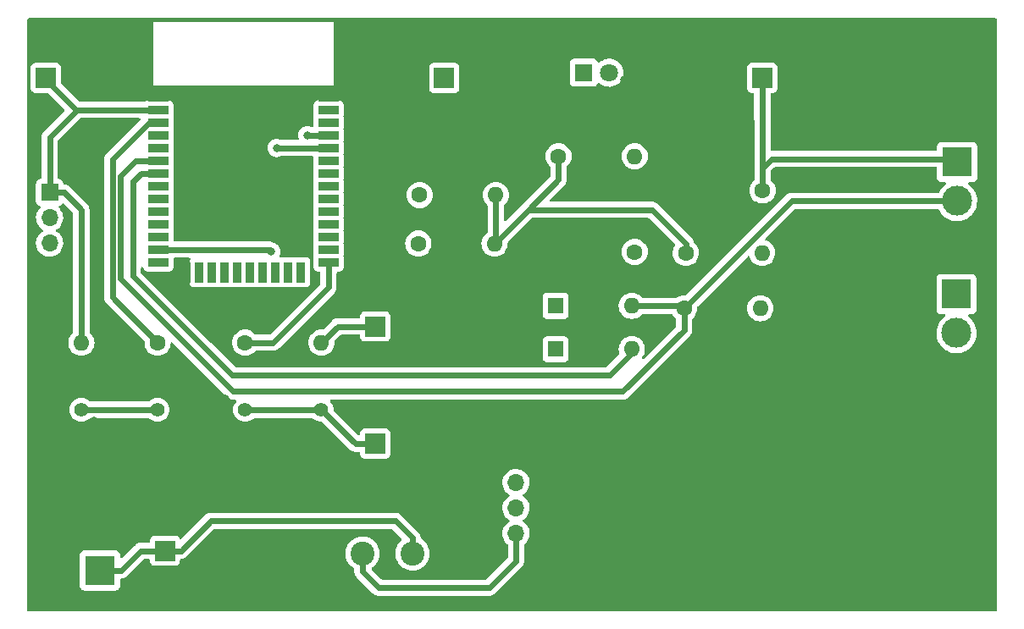
<source format=gbr>
%TF.GenerationSoftware,KiCad,Pcbnew,6.0.8-f2edbf62ab~116~ubuntu20.04.1*%
%TF.CreationDate,2023-02-28T14:52:02-03:00*%
%TF.ProjectId,placa-TAI,706c6163-612d-4544-9149-2e6b69636164,rev?*%
%TF.SameCoordinates,Original*%
%TF.FileFunction,Copper,L1,Top*%
%TF.FilePolarity,Positive*%
%FSLAX46Y46*%
G04 Gerber Fmt 4.6, Leading zero omitted, Abs format (unit mm)*
G04 Created by KiCad (PCBNEW 6.0.8-f2edbf62ab~116~ubuntu20.04.1) date 2023-02-28 14:52:02*
%MOMM*%
%LPD*%
G01*
G04 APERTURE LIST*
%TA.AperFunction,ComponentPad*%
%ADD10R,2.000000X2.000000*%
%TD*%
%TA.AperFunction,ComponentPad*%
%ADD11C,2.000000*%
%TD*%
%TA.AperFunction,ComponentPad*%
%ADD12C,1.600000*%
%TD*%
%TA.AperFunction,ComponentPad*%
%ADD13O,1.600000X1.600000*%
%TD*%
%TA.AperFunction,ComponentPad*%
%ADD14R,2.400000X2.400000*%
%TD*%
%TA.AperFunction,ComponentPad*%
%ADD15C,2.400000*%
%TD*%
%TA.AperFunction,ComponentPad*%
%ADD16R,1.700000X1.700000*%
%TD*%
%TA.AperFunction,ComponentPad*%
%ADD17O,1.700000X1.700000*%
%TD*%
%TA.AperFunction,ComponentPad*%
%ADD18R,3.000000X3.000000*%
%TD*%
%TA.AperFunction,ComponentPad*%
%ADD19C,3.000000*%
%TD*%
%TA.AperFunction,ComponentPad*%
%ADD20R,1.600000X1.600000*%
%TD*%
%TA.AperFunction,ComponentPad*%
%ADD21R,1.800000X1.800000*%
%TD*%
%TA.AperFunction,ComponentPad*%
%ADD22C,1.800000*%
%TD*%
%TA.AperFunction,ComponentPad*%
%ADD23C,1.397000*%
%TD*%
%TA.AperFunction,SMDPad,CuDef*%
%ADD24R,2.000000X0.900000*%
%TD*%
%TA.AperFunction,SMDPad,CuDef*%
%ADD25R,0.900000X2.000000*%
%TD*%
%TA.AperFunction,SMDPad,CuDef*%
%ADD26R,1.330000X1.330000*%
%TD*%
%TA.AperFunction,ViaPad*%
%ADD27C,0.800000*%
%TD*%
%TA.AperFunction,Conductor*%
%ADD28C,0.600000*%
%TD*%
G04 APERTURE END LIST*
D10*
%TO.P,C2,1*%
%TO.N,FSH*%
X133322300Y-67180000D03*
D11*
%TO.P,C2,2*%
%TO.N,GND*%
X140822300Y-67180000D03*
%TD*%
D12*
%TO.P,R9,1*%
%TO.N,ADCX*%
X152370000Y-84580000D03*
D13*
%TO.P,R9,2*%
%TO.N,GND*%
X144750000Y-84580000D03*
%TD*%
D12*
%TO.P,R7,1*%
%TO.N,FSH*%
X104670000Y-93640000D03*
D13*
%TO.P,R7,2*%
%TO.N,3.3V*%
X97050000Y-93640000D03*
%TD*%
D14*
%TO.P,U2,1,GND*%
%TO.N,GND*%
X120150000Y-114730000D03*
D15*
%TO.P,U2,2,VO*%
%TO.N,3.3V*%
X125150000Y-114730000D03*
%TO.P,U2,3,VI*%
%TO.N,5V*%
X130150000Y-114730000D03*
%TD*%
D12*
%TO.P,R6,1*%
%TO.N,Net-(R6-Pad1)*%
X130740000Y-83740000D03*
D13*
%TO.P,R6,2*%
%TO.N,3.3V*%
X138360000Y-83740000D03*
%TD*%
D12*
%TO.P,R2,1*%
%TO.N,3.3V*%
X157480000Y-84670000D03*
D13*
%TO.P,R2,2*%
%TO.N,Net-(C1-Pad1)*%
X165100000Y-84670000D03*
%TD*%
D16*
%TO.P,J3,1,Pin_1*%
%TO.N,GND*%
X140505000Y-105110000D03*
D17*
%TO.P,J3,2,Pin_2*%
%TO.N,ADC1*%
X140505000Y-107650000D03*
%TO.P,J3,3,Pin_3*%
%TO.N,unconnected-(J3-Pad3)*%
X140505000Y-110190000D03*
%TO.P,J3,4,Pin_4*%
%TO.N,3.3V*%
X140505000Y-112730000D03*
%TD*%
D10*
%TO.P,C6,1*%
%TO.N,3.3V*%
X93512323Y-67180000D03*
D11*
%TO.P,C6,2*%
%TO.N,GND*%
X101012323Y-67180000D03*
%TD*%
D18*
%TO.P,J2,1,Pin_1*%
%TO.N,FASE*%
X184540000Y-88802500D03*
D19*
%TO.P,J2,2,Pin_2*%
%TO.N,NEUTRO*%
X184540000Y-92682500D03*
%TD*%
D13*
%TO.P,D2,1,A*%
%TO.N,ADC0*%
X152080000Y-89960000D03*
D20*
%TO.P,D2,2,K*%
%TO.N,ADCX*%
X144460000Y-89960000D03*
%TD*%
D12*
%TO.P,R5,1*%
%TO.N,RST*%
X113430000Y-93640000D03*
D13*
%TO.P,R5,2*%
%TO.N,3.3V*%
X121050000Y-93640000D03*
%TD*%
D10*
%TO.P,C1,1*%
%TO.N,Net-(C1-Pad1)*%
X165117700Y-67180000D03*
D11*
%TO.P,C1,2*%
%TO.N,GND*%
X157617700Y-67180000D03*
%TD*%
D10*
%TO.P,C3,1*%
%TO.N,5V*%
X105402300Y-114460000D03*
D11*
%TO.P,C3,2*%
%TO.N,GND*%
X112902300Y-114460000D03*
%TD*%
D21*
%TO.P,D3,1,K*%
%TO.N,LED*%
X147285000Y-66650000D03*
D22*
%TO.P,D3,2,A*%
%TO.N,Net-(D3-Pad2)*%
X149825000Y-66650000D03*
%TD*%
D12*
%TO.P,R4,1*%
%TO.N,FSH*%
X130870000Y-78890000D03*
D13*
%TO.P,R4,2*%
%TO.N,3.3V*%
X138490000Y-78890000D03*
%TD*%
D16*
%TO.P,J4,1,Pin_1*%
%TO.N,3.3V*%
X93875000Y-78620000D03*
D17*
%TO.P,J4,2,Pin_2*%
%TO.N,TX*%
X93875000Y-81160000D03*
%TO.P,J4,3,Pin_3*%
%TO.N,RX*%
X93875000Y-83700000D03*
%TO.P,J4,4,Pin_4*%
%TO.N,GND*%
X93875000Y-86240000D03*
%TD*%
D10*
%TO.P,C5,1*%
%TO.N,RST*%
X126432323Y-103750000D03*
D11*
%TO.P,C5,2*%
%TO.N,GND*%
X133932323Y-103750000D03*
%TD*%
D18*
%TO.P,J1,1,Pin_1*%
%TO.N,Net-(C1-Pad1)*%
X184590000Y-75595000D03*
D19*
%TO.P,J1,2,Pin_2*%
%TO.N,ADC0*%
X184590000Y-79475000D03*
%TD*%
D23*
%TO.P,SW1,1,1*%
%TO.N,RST*%
X113430000Y-100360000D03*
X121050000Y-100360000D03*
%TO.P,SW1,2,2*%
%TO.N,GND*%
X113430000Y-105440000D03*
X121050000Y-105440000D03*
%TD*%
%TO.P,SW2,1,1*%
%TO.N,FSH*%
X97050000Y-100360000D03*
X104670000Y-100360000D03*
%TO.P,SW2,2,2*%
%TO.N,GND*%
X97050000Y-105440000D03*
X104670000Y-105440000D03*
%TD*%
D13*
%TO.P,D1,1,A*%
%TO.N,ADC1*%
X152080000Y-94290000D03*
D20*
%TO.P,D1,2,K*%
%TO.N,ADCX*%
X144460000Y-94290000D03*
%TD*%
D18*
%TO.P,J5,1,Pin_1*%
%TO.N,5V*%
X98920000Y-116430000D03*
D19*
%TO.P,J5,2,Pin_2*%
%TO.N,GND*%
X95040000Y-116430000D03*
%TD*%
D24*
%TO.P,U1,1,GND*%
%TO.N,GND*%
X104760000Y-69100000D03*
%TO.P,U1,2,3V3*%
%TO.N,3.3V*%
X104760000Y-70370000D03*
%TO.P,U1,3,EN*%
%TO.N,FSH*%
X104760000Y-71640000D03*
%TO.P,U1,4,SENSOR_VP*%
%TO.N,unconnected-(U1-Pad4)*%
X104760000Y-72910000D03*
%TO.P,U1,5,SENSOR_VN*%
%TO.N,unconnected-(U1-Pad5)*%
X104760000Y-74180000D03*
%TO.P,U1,6,IO34*%
%TO.N,ADC0*%
X104760000Y-75450000D03*
%TO.P,U1,7,IO35*%
%TO.N,ADC1*%
X104760000Y-76720000D03*
%TO.P,U1,8,IO32*%
%TO.N,unconnected-(U1-Pad8)*%
X104760000Y-77990000D03*
%TO.P,U1,9,IO33*%
%TO.N,unconnected-(U1-Pad9)*%
X104760000Y-79260000D03*
%TO.P,U1,10,IO25*%
%TO.N,unconnected-(U1-Pad10)*%
X104760000Y-80530000D03*
%TO.P,U1,11,IO26*%
%TO.N,unconnected-(U1-Pad11)*%
X104760000Y-81800000D03*
%TO.P,U1,12,IO27*%
%TO.N,unconnected-(U1-Pad12)*%
X104760000Y-83070000D03*
%TO.P,U1,13,IO14*%
%TO.N,LED*%
X104760000Y-84340000D03*
%TO.P,U1,14,IO12*%
%TO.N,unconnected-(U1-Pad14)*%
X104760000Y-85610000D03*
D25*
%TO.P,U1,15,GND*%
%TO.N,GND*%
X107545000Y-86610000D03*
%TO.P,U1,16,IO13*%
%TO.N,unconnected-(U1-Pad16)*%
X108815000Y-86610000D03*
%TO.P,U1,17,SHD/SD2*%
%TO.N,unconnected-(U1-Pad17)*%
X110085000Y-86610000D03*
%TO.P,U1,18,SWP/SD3*%
%TO.N,unconnected-(U1-Pad18)*%
X111355000Y-86610000D03*
%TO.P,U1,19,SCS/CMD*%
%TO.N,unconnected-(U1-Pad19)*%
X112625000Y-86610000D03*
%TO.P,U1,20,SCK/CLK*%
%TO.N,unconnected-(U1-Pad20)*%
X113895000Y-86610000D03*
%TO.P,U1,21,SDO/SD0*%
%TO.N,unconnected-(U1-Pad21)*%
X115165000Y-86610000D03*
%TO.P,U1,22,SDI/SD1*%
%TO.N,unconnected-(U1-Pad22)*%
X116435000Y-86610000D03*
%TO.P,U1,23,IO15*%
%TO.N,unconnected-(U1-Pad23)*%
X117705000Y-86610000D03*
%TO.P,U1,24,IO2*%
%TO.N,unconnected-(U1-Pad24)*%
X118975000Y-86610000D03*
D24*
%TO.P,U1,25,IO0*%
%TO.N,RST*%
X121760000Y-85610000D03*
%TO.P,U1,26,IO4*%
%TO.N,unconnected-(U1-Pad26)*%
X121760000Y-84340000D03*
%TO.P,U1,27,IO16*%
%TO.N,unconnected-(U1-Pad27)*%
X121760000Y-83070000D03*
%TO.P,U1,28,IO17*%
%TO.N,unconnected-(U1-Pad28)*%
X121760000Y-81800000D03*
%TO.P,U1,29,IO5*%
%TO.N,unconnected-(U1-Pad29)*%
X121760000Y-80530000D03*
%TO.P,U1,30,IO18*%
%TO.N,unconnected-(U1-Pad30)*%
X121760000Y-79260000D03*
%TO.P,U1,31,IO19*%
%TO.N,unconnected-(U1-Pad31)*%
X121760000Y-77990000D03*
%TO.P,U1,32,NC*%
%TO.N,unconnected-(U1-Pad32)*%
X121760000Y-76720000D03*
%TO.P,U1,33,IO21*%
%TO.N,unconnected-(U1-Pad33)*%
X121760000Y-75450000D03*
%TO.P,U1,34,RXD0*%
%TO.N,TX*%
X121760000Y-74180000D03*
%TO.P,U1,35,TXD0*%
%TO.N,RX*%
X121760000Y-72910000D03*
%TO.P,U1,36,IO22*%
%TO.N,unconnected-(U1-Pad36)*%
X121760000Y-71640000D03*
%TO.P,U1,37,IO23*%
%TO.N,unconnected-(U1-Pad37)*%
X121760000Y-70370000D03*
%TO.P,U1,38,GND*%
%TO.N,GND*%
X121760000Y-69100000D03*
D26*
%TO.P,U1,39_1,GND*%
X110425000Y-74765000D03*
%TO.P,U1,39_2,GND*%
X112260000Y-74765000D03*
%TO.P,U1,39_3,GND*%
X114095000Y-74765000D03*
%TO.P,U1,39_4,GND*%
X110425000Y-76600000D03*
%TO.P,U1,39_5,GND*%
X112260000Y-76600000D03*
%TO.P,U1,39_6,GND*%
X114095000Y-76600000D03*
%TO.P,U1,39_7,GND*%
X110425000Y-78435000D03*
%TO.P,U1,39_8,GND*%
X112260000Y-78435000D03*
%TO.P,U1,39_9,GND*%
X114095000Y-78435000D03*
%TD*%
D12*
%TO.P,R3,1*%
%TO.N,Net-(C1-Pad1)*%
X165150000Y-78430000D03*
D13*
%TO.P,R3,2*%
%TO.N,GND*%
X157530000Y-78430000D03*
%TD*%
D12*
%TO.P,R8,1*%
%TO.N,3.3V*%
X144750000Y-75010000D03*
D13*
%TO.P,R8,2*%
%TO.N,Net-(D3-Pad2)*%
X152370000Y-75010000D03*
%TD*%
D10*
%TO.P,C4,1*%
%TO.N,3.3V*%
X126432323Y-92030000D03*
D11*
%TO.P,C4,2*%
%TO.N,GND*%
X133932323Y-92030000D03*
%TD*%
D12*
%TO.P,R1,1*%
%TO.N,ADC0*%
X157310000Y-90210000D03*
D13*
%TO.P,R1,2*%
%TO.N,Net-(C1-Pad1)*%
X164930000Y-90210000D03*
%TD*%
D27*
%TO.N,GND*%
X175180000Y-100780000D03*
X167560000Y-103320000D03*
X169950000Y-73170000D03*
X180260000Y-113480000D03*
X158910000Y-64810000D03*
X108910000Y-106900000D03*
X169670000Y-80940000D03*
X110030000Y-72120000D03*
X169560000Y-89130000D03*
X157830000Y-113460000D03*
X95860000Y-62080000D03*
X152750000Y-110920000D03*
X100940000Y-62080000D03*
X179580000Y-63650000D03*
X182120000Y-63650000D03*
X152750000Y-105840000D03*
X151290000Y-64810000D03*
X174910000Y-77170000D03*
X111450000Y-104360000D03*
X174640000Y-91670000D03*
X164730000Y-96240000D03*
X108910000Y-104360000D03*
X169560000Y-84050000D03*
X172640000Y-108400000D03*
X182120000Y-66190000D03*
X172640000Y-110940000D03*
X177720000Y-108400000D03*
X174500000Y-63650000D03*
X155290000Y-110920000D03*
X170100000Y-103320000D03*
X139230000Y-87450000D03*
X156370000Y-64810000D03*
X177720000Y-116020000D03*
X172210000Y-80940000D03*
X172490000Y-73170000D03*
X172400000Y-66150000D03*
X162480000Y-100780000D03*
X164730000Y-93700000D03*
X153830000Y-62270000D03*
X129930000Y-70330000D03*
X108910000Y-99280000D03*
X177720000Y-103320000D03*
X166990000Y-93760000D03*
X110030000Y-69580000D03*
X180260000Y-103320000D03*
X136690000Y-87450000D03*
X175180000Y-113480000D03*
X174640000Y-89130000D03*
X129890000Y-73130000D03*
X172640000Y-100780000D03*
X182800000Y-110940000D03*
X172640000Y-116020000D03*
X180260000Y-110940000D03*
X152750000Y-113460000D03*
X152750000Y-100760000D03*
X179580000Y-68730000D03*
X172100000Y-86590000D03*
X162190000Y-96240000D03*
X175180000Y-110940000D03*
X177720000Y-105860000D03*
X172400000Y-68690000D03*
X129930000Y-62710000D03*
X155290000Y-100760000D03*
X165020000Y-105860000D03*
X159940000Y-105860000D03*
X175180000Y-105860000D03*
X172070000Y-96300000D03*
X170100000Y-100780000D03*
X124850000Y-67790000D03*
X139230000Y-89990000D03*
X172370000Y-77170000D03*
X172640000Y-103320000D03*
X167560000Y-110940000D03*
X175180000Y-108400000D03*
X139230000Y-95070000D03*
X93270000Y-98890000D03*
X141770000Y-95070000D03*
X136690000Y-89990000D03*
X177040000Y-63650000D03*
X182120000Y-68730000D03*
X150210000Y-108380000D03*
X158910000Y-67350000D03*
X112570000Y-72120000D03*
X159940000Y-110940000D03*
X175030000Y-70930000D03*
X169860000Y-66150000D03*
X124850000Y-62710000D03*
X172070000Y-93760000D03*
X106370000Y-101820000D03*
X93270000Y-101430000D03*
X95810000Y-96350000D03*
X111450000Y-99280000D03*
X172400000Y-63610000D03*
X127350000Y-73130000D03*
X157830000Y-103300000D03*
X127390000Y-62710000D03*
X174500000Y-66190000D03*
X112570000Y-69580000D03*
X172490000Y-70930000D03*
X108290000Y-79930000D03*
X155290000Y-113460000D03*
X150210000Y-110920000D03*
X182800000Y-103320000D03*
X169530000Y-96300000D03*
X139230000Y-92530000D03*
X159650000Y-93700000D03*
X177720000Y-100780000D03*
X152750000Y-108380000D03*
X108270000Y-80760000D03*
X162480000Y-110940000D03*
X170100000Y-105860000D03*
X169560000Y-91670000D03*
X165020000Y-108400000D03*
X156370000Y-62270000D03*
X153830000Y-64810000D03*
X180260000Y-105860000D03*
X175180000Y-116020000D03*
X93270000Y-103970000D03*
X172100000Y-91670000D03*
X172640000Y-105860000D03*
X162190000Y-93700000D03*
X177720000Y-110940000D03*
X127390000Y-65250000D03*
X111450000Y-106900000D03*
X159940000Y-103320000D03*
X127390000Y-70330000D03*
X129930000Y-67790000D03*
X159940000Y-116020000D03*
X93270000Y-96350000D03*
X169530000Y-93760000D03*
X150210000Y-113460000D03*
X129890000Y-75670000D03*
X170100000Y-116020000D03*
X165020000Y-100780000D03*
X174500000Y-68730000D03*
X151290000Y-62270000D03*
X124850000Y-65250000D03*
X141770000Y-87450000D03*
X157830000Y-116000000D03*
X179580000Y-66190000D03*
X172100000Y-84050000D03*
X180260000Y-108400000D03*
X124810000Y-75670000D03*
X167560000Y-113480000D03*
X177040000Y-66190000D03*
X169860000Y-63610000D03*
X153830000Y-67350000D03*
X162480000Y-105860000D03*
X98400000Y-62080000D03*
X157830000Y-110920000D03*
X159650000Y-96240000D03*
X157830000Y-105840000D03*
X162480000Y-113480000D03*
X98400000Y-64620000D03*
X174590000Y-93670000D03*
X156370000Y-67350000D03*
X162480000Y-108400000D03*
X169950000Y-70930000D03*
X129930000Y-65250000D03*
X167560000Y-105860000D03*
X111450000Y-101820000D03*
X182800000Y-100780000D03*
X111960000Y-90650000D03*
X157830000Y-100760000D03*
X108270000Y-79040000D03*
X108910000Y-101820000D03*
X165020000Y-110940000D03*
X136690000Y-95070000D03*
X124810000Y-73130000D03*
X180260000Y-100780000D03*
X158910000Y-62270000D03*
X167560000Y-116020000D03*
X170100000Y-113480000D03*
X159940000Y-100780000D03*
X174640000Y-86590000D03*
X127390000Y-67790000D03*
X172640000Y-113480000D03*
X174590000Y-96210000D03*
X162480000Y-103320000D03*
X167560000Y-108400000D03*
X150210000Y-105840000D03*
X166990000Y-96300000D03*
X170100000Y-110940000D03*
X174640000Y-84050000D03*
X152750000Y-116000000D03*
X175030000Y-73170000D03*
X165020000Y-103320000D03*
X182800000Y-116020000D03*
X106370000Y-106900000D03*
X165020000Y-113480000D03*
X150210000Y-116000000D03*
X167560000Y-100780000D03*
X150210000Y-100760000D03*
X165020000Y-116020000D03*
X106370000Y-104360000D03*
X155290000Y-108380000D03*
X95860000Y-64620000D03*
X182800000Y-108400000D03*
X106370000Y-99280000D03*
X116180000Y-79310000D03*
X95810000Y-103970000D03*
X95810000Y-101430000D03*
X169860000Y-68690000D03*
X174750000Y-80940000D03*
X155290000Y-103300000D03*
X182800000Y-105860000D03*
X159940000Y-108400000D03*
X172100000Y-89130000D03*
X175180000Y-103320000D03*
X180260000Y-116020000D03*
X127350000Y-75670000D03*
X155290000Y-116000000D03*
X182800000Y-113480000D03*
X141770000Y-92530000D03*
X115110000Y-69580000D03*
X150210000Y-103300000D03*
X159940000Y-113480000D03*
X95810000Y-98890000D03*
X162480000Y-116020000D03*
X155290000Y-105840000D03*
X124850000Y-70330000D03*
X151290000Y-67350000D03*
X169560000Y-86590000D03*
X98350000Y-101430000D03*
X169830000Y-77170000D03*
X100940000Y-64620000D03*
X177720000Y-113480000D03*
X152750000Y-103300000D03*
X136690000Y-92530000D03*
X177040000Y-68730000D03*
X115110000Y-72120000D03*
X141770000Y-89990000D03*
X98350000Y-103970000D03*
X157830000Y-108380000D03*
X170100000Y-108400000D03*
%TO.N,LED*%
X116033700Y-84552300D03*
%TO.N,TX*%
X116578600Y-74180000D03*
%TO.N,RX*%
X119641800Y-72907600D03*
%TD*%
D28*
%TO.N,LED*%
X116033700Y-84552300D02*
X115821400Y-84340000D01*
X115821400Y-84340000D02*
X104760000Y-84340000D01*
%TO.N,Net-(C1-Pad1)*%
X165150000Y-75595000D02*
X165150000Y-71322300D01*
X165150000Y-71322300D02*
X165117700Y-71290000D01*
X165117700Y-71290000D02*
X165117700Y-67180000D01*
X165170000Y-76120000D02*
X166030000Y-75260000D01*
X165150000Y-78430000D02*
X165150000Y-75595000D01*
X184255000Y-75260000D02*
X184590000Y-75595000D01*
X166030000Y-75260000D02*
X184255000Y-75260000D01*
X165150000Y-75595000D02*
X165150000Y-76100000D01*
X165150000Y-76100000D02*
X165170000Y-76120000D01*
%TO.N,3.3V*%
X125150000Y-116540000D02*
X126760000Y-118150000D01*
X157480000Y-83750000D02*
X154090000Y-80360000D01*
X121050000Y-93640000D02*
X122660000Y-92030000D01*
X104760000Y-70370000D02*
X96560000Y-70370000D01*
X96590000Y-70370000D02*
X104760000Y-70370000D01*
X126760000Y-118150000D02*
X137840000Y-118150000D01*
X93875000Y-78620000D02*
X93875000Y-73085000D01*
X137840000Y-118150000D02*
X140505000Y-115485000D01*
X157480000Y-84670000D02*
X157480000Y-83750000D01*
X141950000Y-80360000D02*
X141845000Y-80255000D01*
X144750000Y-77350000D02*
X141845000Y-80255000D01*
X141845000Y-80255000D02*
X138360000Y-83740000D01*
X144750000Y-75010000D02*
X144750000Y-77350000D01*
X93875000Y-73085000D02*
X96590000Y-70370000D01*
X138490000Y-78890000D02*
X138490000Y-83610000D01*
X125150000Y-114730000D02*
X125150000Y-116540000D01*
X93875000Y-78620000D02*
X95325000Y-78620000D01*
X138490000Y-83610000D02*
X138360000Y-83740000D01*
X122660000Y-92030000D02*
X126432323Y-92030000D01*
X154090000Y-80360000D02*
X141950000Y-80360000D01*
X140505000Y-115485000D02*
X140505000Y-112730000D01*
X97050000Y-80345000D02*
X95325000Y-78620000D01*
X96560000Y-70370000D02*
X93512323Y-67322323D01*
X93512323Y-67322323D02*
X93512323Y-67180000D01*
X97050000Y-93640000D02*
X97050000Y-80345000D01*
%TO.N,5V*%
X107002300Y-114460000D02*
X105402300Y-114460000D01*
X102990000Y-114460000D02*
X101020000Y-116430000D01*
X130150000Y-114730000D02*
X130150000Y-113180000D01*
X128450000Y-111480000D02*
X109982300Y-111480000D01*
X98920000Y-116430000D02*
X101020000Y-116430000D01*
X130150000Y-113180000D02*
X128450000Y-111480000D01*
X105402300Y-114460000D02*
X102990000Y-114460000D01*
X109982300Y-111480000D02*
X107002300Y-114460000D01*
%TO.N,ADC1*%
X102200000Y-77541370D02*
X103021370Y-76720000D01*
X102200000Y-86990000D02*
X102200000Y-77541370D01*
X112130000Y-96920000D02*
X102200000Y-86990000D01*
X103021370Y-76720000D02*
X104760000Y-76720000D01*
X152080000Y-94680000D02*
X149840000Y-96920000D01*
X152080000Y-94290000D02*
X152080000Y-94680000D01*
X149840000Y-96920000D02*
X112130000Y-96920000D01*
%TO.N,ADC0*%
X100940000Y-87260000D02*
X100940000Y-76960000D01*
X152080000Y-89960000D02*
X157060000Y-89960000D01*
X157310000Y-92390000D02*
X151160000Y-98540000D01*
X100940000Y-76960000D02*
X102450000Y-75450000D01*
X157310000Y-90210000D02*
X168045000Y-79475000D01*
X157310000Y-90210000D02*
X157310000Y-92390000D01*
X112220000Y-98540000D02*
X100940000Y-87260000D01*
X157060000Y-89960000D02*
X157310000Y-90210000D01*
X151160000Y-98540000D02*
X112220000Y-98540000D01*
X102450000Y-75450000D02*
X104760000Y-75450000D01*
X168045000Y-79475000D02*
X184590000Y-79475000D01*
%TO.N,RST*%
X113430000Y-93640000D02*
X116210000Y-93640000D01*
X125452323Y-103750000D02*
X124440000Y-103750000D01*
X121050000Y-100360000D02*
X113430000Y-100360000D01*
X116210000Y-93640000D02*
X121760000Y-88090000D01*
X124440000Y-103750000D02*
X121050000Y-100360000D01*
X121760000Y-88090000D02*
X121760000Y-85610000D01*
%TO.N,FSH*%
X100140000Y-75306700D02*
X103806700Y-71640000D01*
X103806700Y-71640000D02*
X104760000Y-71640000D01*
X104670000Y-100360000D02*
X97050000Y-100360000D01*
X104670000Y-93640000D02*
X100140000Y-89110000D01*
X100140000Y-89110000D02*
X100140000Y-75306700D01*
%TO.N,TX*%
X116578600Y-74180000D02*
X121760000Y-74180000D01*
%TO.N,RX*%
X119641800Y-72907600D02*
X120157600Y-72907600D01*
X121760000Y-72910000D02*
X120160000Y-72910000D01*
X120157600Y-72907600D02*
X120160000Y-72910000D01*
%TD*%
%TA.AperFunction,Conductor*%
%TO.N,GND*%
G36*
X188503621Y-61218502D02*
G01*
X188550114Y-61272158D01*
X188561500Y-61324500D01*
X188561500Y-120365500D01*
X188541498Y-120433621D01*
X188487842Y-120480114D01*
X188435500Y-120491500D01*
X91784500Y-120491500D01*
X91716379Y-120471498D01*
X91669886Y-120417842D01*
X91658500Y-120365500D01*
X91658500Y-117978134D01*
X96911500Y-117978134D01*
X96918255Y-118040316D01*
X96969385Y-118176705D01*
X97056739Y-118293261D01*
X97173295Y-118380615D01*
X97309684Y-118431745D01*
X97371866Y-118438500D01*
X100468134Y-118438500D01*
X100530316Y-118431745D01*
X100666705Y-118380615D01*
X100783261Y-118293261D01*
X100870615Y-118176705D01*
X100921745Y-118040316D01*
X100928500Y-117978134D01*
X100928500Y-117364958D01*
X100948502Y-117296837D01*
X101002158Y-117250344D01*
X101055820Y-117238965D01*
X101067448Y-117239087D01*
X101102221Y-117239451D01*
X101144597Y-117230289D01*
X101157163Y-117228231D01*
X101200255Y-117223397D01*
X101206906Y-117221081D01*
X101206910Y-117221080D01*
X101231930Y-117212367D01*
X101246742Y-117208204D01*
X101272619Y-117202609D01*
X101279510Y-117201119D01*
X101318813Y-117182792D01*
X101330589Y-117178010D01*
X101371552Y-117163745D01*
X101377527Y-117160011D01*
X101377530Y-117160010D01*
X101399995Y-117145973D01*
X101413512Y-117138634D01*
X101437514Y-117127441D01*
X101437515Y-117127440D01*
X101443902Y-117124462D01*
X101478153Y-117097894D01*
X101488612Y-117090598D01*
X101519404Y-117071358D01*
X101519407Y-117071356D01*
X101525376Y-117067626D01*
X101554179Y-117039024D01*
X101554804Y-117038439D01*
X101555470Y-117037922D01*
X101581458Y-117011934D01*
X101654082Y-116939815D01*
X101654740Y-116938778D01*
X101655843Y-116937549D01*
X102451110Y-116142282D01*
X103287986Y-115305405D01*
X103350298Y-115271380D01*
X103377081Y-115268500D01*
X103767800Y-115268500D01*
X103835921Y-115288502D01*
X103882414Y-115342158D01*
X103893800Y-115394500D01*
X103893800Y-115508134D01*
X103900555Y-115570316D01*
X103951685Y-115706705D01*
X104039039Y-115823261D01*
X104155595Y-115910615D01*
X104291984Y-115961745D01*
X104354166Y-115968500D01*
X106450434Y-115968500D01*
X106512616Y-115961745D01*
X106649005Y-115910615D01*
X106765561Y-115823261D01*
X106852915Y-115706705D01*
X106904045Y-115570316D01*
X106910800Y-115508134D01*
X106910800Y-115394958D01*
X106930802Y-115326837D01*
X106984458Y-115280344D01*
X107038120Y-115268965D01*
X107049748Y-115269087D01*
X107084521Y-115269451D01*
X107126897Y-115260289D01*
X107139463Y-115258231D01*
X107182555Y-115253397D01*
X107189206Y-115251081D01*
X107189210Y-115251080D01*
X107214230Y-115242367D01*
X107229042Y-115238204D01*
X107254919Y-115232609D01*
X107261810Y-115231119D01*
X107301113Y-115212792D01*
X107312889Y-115208010D01*
X107353852Y-115193745D01*
X107359827Y-115190011D01*
X107359830Y-115190010D01*
X107382295Y-115175973D01*
X107395812Y-115168634D01*
X107419814Y-115157441D01*
X107419815Y-115157440D01*
X107426202Y-115154462D01*
X107460453Y-115127894D01*
X107470912Y-115120598D01*
X107501704Y-115101358D01*
X107501707Y-115101356D01*
X107507676Y-115097626D01*
X107512672Y-115092665D01*
X107536479Y-115069024D01*
X107537104Y-115068439D01*
X107537770Y-115067922D01*
X107563760Y-115041932D01*
X107636382Y-114969815D01*
X107637040Y-114968778D01*
X107638143Y-114967549D01*
X107920541Y-114685151D01*
X123437296Y-114685151D01*
X123437520Y-114689817D01*
X123437520Y-114689822D01*
X123439299Y-114726851D01*
X123449480Y-114938798D01*
X123450393Y-114943386D01*
X123487094Y-115127894D01*
X123499021Y-115187857D01*
X123500600Y-115192255D01*
X123500602Y-115192262D01*
X123567328Y-115378108D01*
X123584831Y-115426858D01*
X123587048Y-115430984D01*
X123692357Y-115626974D01*
X123705025Y-115650551D01*
X123707820Y-115654294D01*
X123707822Y-115654297D01*
X123854171Y-115850282D01*
X123854176Y-115850288D01*
X123856963Y-115854020D01*
X123860272Y-115857300D01*
X123860277Y-115857306D01*
X124008416Y-116004157D01*
X124037307Y-116032797D01*
X124041069Y-116035555D01*
X124041072Y-116035558D01*
X124195186Y-116148559D01*
X124242094Y-116182953D01*
X124274168Y-116199828D01*
X124325140Y-116249245D01*
X124341500Y-116311335D01*
X124341500Y-116530786D01*
X124341493Y-116532106D01*
X124340549Y-116622221D01*
X124349711Y-116664597D01*
X124351769Y-116677163D01*
X124356603Y-116720255D01*
X124358919Y-116726906D01*
X124358920Y-116726910D01*
X124367633Y-116751930D01*
X124371796Y-116766742D01*
X124378881Y-116799510D01*
X124397208Y-116838813D01*
X124401990Y-116850589D01*
X124416255Y-116891552D01*
X124419989Y-116897527D01*
X124419990Y-116897530D01*
X124434027Y-116919995D01*
X124441366Y-116933512D01*
X124445464Y-116942299D01*
X124455538Y-116963902D01*
X124459855Y-116969467D01*
X124459856Y-116969469D01*
X124482106Y-116998153D01*
X124489402Y-117008612D01*
X124512374Y-117045376D01*
X124517334Y-117050371D01*
X124517335Y-117050372D01*
X124540976Y-117074179D01*
X124541561Y-117074804D01*
X124542078Y-117075470D01*
X124568068Y-117101460D01*
X124640185Y-117174082D01*
X124641222Y-117174740D01*
X124642451Y-117175843D01*
X126181766Y-118715158D01*
X126182694Y-118716095D01*
X126222021Y-118756254D01*
X126245771Y-118780507D01*
X126282221Y-118803998D01*
X126292546Y-118811417D01*
X126326443Y-118838476D01*
X126332784Y-118841541D01*
X126332785Y-118841542D01*
X126356637Y-118853072D01*
X126370054Y-118860601D01*
X126398238Y-118878765D01*
X126404855Y-118881173D01*
X126404860Y-118881176D01*
X126438973Y-118893592D01*
X126450716Y-118898553D01*
X126483400Y-118914353D01*
X126483409Y-118914356D01*
X126489749Y-118917421D01*
X126496614Y-118919006D01*
X126522428Y-118924966D01*
X126537168Y-118929332D01*
X126568685Y-118940803D01*
X126575670Y-118941685D01*
X126575677Y-118941687D01*
X126611692Y-118946237D01*
X126624243Y-118948472D01*
X126666485Y-118958225D01*
X126673529Y-118958250D01*
X126673533Y-118958250D01*
X126707072Y-118958367D01*
X126707942Y-118958396D01*
X126708769Y-118958500D01*
X126745258Y-118958500D01*
X126745697Y-118958501D01*
X126844343Y-118958845D01*
X126844348Y-118958845D01*
X126847870Y-118958857D01*
X126849070Y-118958589D01*
X126850708Y-118958500D01*
X137830786Y-118958500D01*
X137832106Y-118958507D01*
X137922221Y-118959451D01*
X137964597Y-118950289D01*
X137977163Y-118948231D01*
X138020255Y-118943397D01*
X138026906Y-118941081D01*
X138026910Y-118941080D01*
X138051930Y-118932367D01*
X138066742Y-118928204D01*
X138092619Y-118922609D01*
X138099510Y-118921119D01*
X138138813Y-118902792D01*
X138150589Y-118898010D01*
X138191552Y-118883745D01*
X138197527Y-118880011D01*
X138197530Y-118880010D01*
X138219995Y-118865973D01*
X138233512Y-118858634D01*
X138257514Y-118847441D01*
X138257515Y-118847440D01*
X138263902Y-118844462D01*
X138298153Y-118817894D01*
X138308612Y-118810598D01*
X138339404Y-118791358D01*
X138339407Y-118791356D01*
X138345376Y-118787626D01*
X138374179Y-118759024D01*
X138374804Y-118758439D01*
X138375470Y-118757922D01*
X138401460Y-118731932D01*
X138474082Y-118659815D01*
X138474740Y-118658778D01*
X138475843Y-118657549D01*
X141070158Y-116063234D01*
X141071095Y-116062306D01*
X141130475Y-116004157D01*
X141130476Y-116004156D01*
X141135507Y-115999229D01*
X141158998Y-115962779D01*
X141166417Y-115952454D01*
X141193476Y-115918557D01*
X141208073Y-115888362D01*
X141215602Y-115874945D01*
X141233765Y-115846762D01*
X141236173Y-115840145D01*
X141236176Y-115840140D01*
X141248592Y-115806027D01*
X141253553Y-115794284D01*
X141269354Y-115761597D01*
X141269356Y-115761592D01*
X141272421Y-115755251D01*
X141279965Y-115722572D01*
X141284332Y-115707831D01*
X141295803Y-115676315D01*
X141296686Y-115669325D01*
X141296688Y-115669317D01*
X141301238Y-115633299D01*
X141303474Y-115620747D01*
X141311638Y-115585386D01*
X141311638Y-115585383D01*
X141313224Y-115578515D01*
X141313333Y-115547512D01*
X141313366Y-115537944D01*
X141313395Y-115537062D01*
X141313500Y-115536231D01*
X141313500Y-115499428D01*
X141313857Y-115397130D01*
X141313589Y-115395930D01*
X141313500Y-115394293D01*
X141313500Y-113886968D01*
X141333502Y-113818847D01*
X141366331Y-113784390D01*
X141380654Y-113774174D01*
X141380661Y-113774168D01*
X141384860Y-113771173D01*
X141404737Y-113751366D01*
X141539435Y-113617137D01*
X141543096Y-113613489D01*
X141569902Y-113576185D01*
X141670435Y-113436277D01*
X141673453Y-113432077D01*
X141685118Y-113408476D01*
X141770136Y-113236453D01*
X141770137Y-113236451D01*
X141772430Y-113231811D01*
X141815245Y-113090892D01*
X141835865Y-113023023D01*
X141835865Y-113023021D01*
X141837370Y-113018069D01*
X141866529Y-112796590D01*
X141867362Y-112762486D01*
X141868074Y-112733365D01*
X141868074Y-112733361D01*
X141868156Y-112730000D01*
X141849852Y-112507361D01*
X141795431Y-112290702D01*
X141706354Y-112085840D01*
X141585014Y-111898277D01*
X141434670Y-111733051D01*
X141430619Y-111729852D01*
X141430615Y-111729848D01*
X141263414Y-111597800D01*
X141263410Y-111597798D01*
X141259359Y-111594598D01*
X141218053Y-111571796D01*
X141168084Y-111521364D01*
X141153312Y-111451921D01*
X141178428Y-111385516D01*
X141205780Y-111358909D01*
X141249603Y-111327650D01*
X141384860Y-111231173D01*
X141543096Y-111073489D01*
X141602594Y-110990689D01*
X141670435Y-110896277D01*
X141673453Y-110892077D01*
X141683654Y-110871438D01*
X141770136Y-110696453D01*
X141770137Y-110696451D01*
X141772430Y-110691811D01*
X141837370Y-110478069D01*
X141866529Y-110256590D01*
X141868156Y-110190000D01*
X141849852Y-109967361D01*
X141795431Y-109750702D01*
X141706354Y-109545840D01*
X141585014Y-109358277D01*
X141434670Y-109193051D01*
X141430619Y-109189852D01*
X141430615Y-109189848D01*
X141263414Y-109057800D01*
X141263410Y-109057798D01*
X141259359Y-109054598D01*
X141218053Y-109031796D01*
X141168084Y-108981364D01*
X141153312Y-108911921D01*
X141178428Y-108845516D01*
X141205780Y-108818909D01*
X141249603Y-108787650D01*
X141384860Y-108691173D01*
X141543096Y-108533489D01*
X141602594Y-108450689D01*
X141670435Y-108356277D01*
X141673453Y-108352077D01*
X141772430Y-108151811D01*
X141837370Y-107938069D01*
X141866529Y-107716590D01*
X141868156Y-107650000D01*
X141849852Y-107427361D01*
X141795431Y-107210702D01*
X141706354Y-107005840D01*
X141585014Y-106818277D01*
X141434670Y-106653051D01*
X141430619Y-106649852D01*
X141430615Y-106649848D01*
X141263414Y-106517800D01*
X141263410Y-106517798D01*
X141259359Y-106514598D01*
X141063789Y-106406638D01*
X141058920Y-106404914D01*
X141058916Y-106404912D01*
X140858087Y-106333795D01*
X140858083Y-106333794D01*
X140853212Y-106332069D01*
X140848119Y-106331162D01*
X140848116Y-106331161D01*
X140638373Y-106293800D01*
X140638367Y-106293799D01*
X140633284Y-106292894D01*
X140559452Y-106291992D01*
X140415081Y-106290228D01*
X140415079Y-106290228D01*
X140409911Y-106290165D01*
X140189091Y-106323955D01*
X139976756Y-106393357D01*
X139778607Y-106496507D01*
X139774474Y-106499610D01*
X139774471Y-106499612D01*
X139750247Y-106517800D01*
X139599965Y-106630635D01*
X139445629Y-106792138D01*
X139319743Y-106976680D01*
X139225688Y-107179305D01*
X139165989Y-107394570D01*
X139142251Y-107616695D01*
X139142548Y-107621848D01*
X139142548Y-107621851D01*
X139148011Y-107716590D01*
X139155110Y-107839715D01*
X139156247Y-107844761D01*
X139156248Y-107844767D01*
X139176119Y-107932939D01*
X139204222Y-108057639D01*
X139288266Y-108264616D01*
X139404987Y-108455088D01*
X139551250Y-108623938D01*
X139723126Y-108766632D01*
X139793595Y-108807811D01*
X139796445Y-108809476D01*
X139845169Y-108861114D01*
X139858240Y-108930897D01*
X139831509Y-108996669D01*
X139791055Y-109030027D01*
X139778607Y-109036507D01*
X139774474Y-109039610D01*
X139774471Y-109039612D01*
X139750247Y-109057800D01*
X139599965Y-109170635D01*
X139445629Y-109332138D01*
X139319743Y-109516680D01*
X139225688Y-109719305D01*
X139165989Y-109934570D01*
X139142251Y-110156695D01*
X139142548Y-110161848D01*
X139142548Y-110161851D01*
X139148011Y-110256590D01*
X139155110Y-110379715D01*
X139156247Y-110384761D01*
X139156248Y-110384767D01*
X139176119Y-110472939D01*
X139204222Y-110597639D01*
X139257927Y-110729899D01*
X139273966Y-110769398D01*
X139288266Y-110804616D01*
X139404987Y-110995088D01*
X139551250Y-111163938D01*
X139723126Y-111306632D01*
X139793595Y-111347811D01*
X139796445Y-111349476D01*
X139845169Y-111401114D01*
X139858240Y-111470897D01*
X139831509Y-111536669D01*
X139791055Y-111570027D01*
X139778607Y-111576507D01*
X139774474Y-111579610D01*
X139774471Y-111579612D01*
X139750247Y-111597800D01*
X139599965Y-111710635D01*
X139445629Y-111872138D01*
X139319743Y-112056680D01*
X139225688Y-112259305D01*
X139165989Y-112474570D01*
X139142251Y-112696695D01*
X139142548Y-112701848D01*
X139142548Y-112701851D01*
X139154787Y-112914107D01*
X139155110Y-112919715D01*
X139156247Y-112924761D01*
X139156248Y-112924767D01*
X139166007Y-112968070D01*
X139204222Y-113137639D01*
X139288266Y-113344616D01*
X139404987Y-113535088D01*
X139551250Y-113703938D01*
X139555225Y-113707238D01*
X139555228Y-113707241D01*
X139650985Y-113786740D01*
X139690620Y-113845643D01*
X139696500Y-113883684D01*
X139696500Y-115097918D01*
X139676498Y-115166039D01*
X139659595Y-115187013D01*
X137542013Y-117304595D01*
X137479701Y-117338621D01*
X137452918Y-117341500D01*
X127147082Y-117341500D01*
X127078961Y-117321498D01*
X127057987Y-117304595D01*
X126091914Y-116338522D01*
X126057888Y-116276210D01*
X126062953Y-116205395D01*
X126105500Y-116148559D01*
X126114696Y-116142289D01*
X126157047Y-116116082D01*
X126255428Y-116032797D01*
X126347289Y-115955031D01*
X126347291Y-115955029D01*
X126350862Y-115952006D01*
X126518295Y-115761084D01*
X126526460Y-115748391D01*
X126653141Y-115551442D01*
X126655669Y-115547512D01*
X126759967Y-115315980D01*
X126828896Y-115071575D01*
X126853030Y-114881866D01*
X126860545Y-114822798D01*
X126860545Y-114822792D01*
X126860943Y-114819667D01*
X126861137Y-114812285D01*
X126863208Y-114733160D01*
X126863291Y-114730000D01*
X126850759Y-114561358D01*
X126844818Y-114481411D01*
X126844817Y-114481407D01*
X126844472Y-114476759D01*
X126834125Y-114431029D01*
X126789459Y-114233639D01*
X126788428Y-114229082D01*
X126696391Y-113992409D01*
X126673553Y-113952451D01*
X126572702Y-113775997D01*
X126572700Y-113775995D01*
X126570383Y-113771940D01*
X126413171Y-113572517D01*
X126258947Y-113427438D01*
X126231610Y-113401722D01*
X126231608Y-113401720D01*
X126228209Y-113398523D01*
X126080653Y-113296160D01*
X126023393Y-113256437D01*
X126023390Y-113256435D01*
X126019561Y-113253779D01*
X126015384Y-113251719D01*
X126015377Y-113251715D01*
X125795996Y-113143528D01*
X125795992Y-113143527D01*
X125791810Y-113141464D01*
X125549960Y-113064047D01*
X125545355Y-113063297D01*
X125303935Y-113023980D01*
X125303934Y-113023980D01*
X125299323Y-113023229D01*
X125172364Y-113021567D01*
X125050083Y-113019966D01*
X125050080Y-113019966D01*
X125045406Y-113019905D01*
X124793787Y-113054149D01*
X124549993Y-113125208D01*
X124319380Y-113231522D01*
X124281378Y-113256437D01*
X124110928Y-113368189D01*
X124110923Y-113368193D01*
X124107015Y-113370755D01*
X124064760Y-113408469D01*
X123933638Y-113525500D01*
X123917562Y-113539848D01*
X123755183Y-113735087D01*
X123623447Y-113952182D01*
X123525246Y-114186365D01*
X123462738Y-114432490D01*
X123437296Y-114685151D01*
X107920541Y-114685151D01*
X110280287Y-112325405D01*
X110342599Y-112291379D01*
X110369382Y-112288500D01*
X128062918Y-112288500D01*
X128131039Y-112308502D01*
X128152013Y-112325405D01*
X129060456Y-113233848D01*
X129094482Y-113296160D01*
X129089417Y-113366975D01*
X129055262Y-113416946D01*
X128933638Y-113525500D01*
X128917562Y-113539848D01*
X128755183Y-113735087D01*
X128623447Y-113952182D01*
X128525246Y-114186365D01*
X128462738Y-114432490D01*
X128437296Y-114685151D01*
X128437520Y-114689817D01*
X128437520Y-114689822D01*
X128439299Y-114726851D01*
X128449480Y-114938798D01*
X128450393Y-114943386D01*
X128487094Y-115127894D01*
X128499021Y-115187857D01*
X128500600Y-115192255D01*
X128500602Y-115192262D01*
X128567328Y-115378108D01*
X128584831Y-115426858D01*
X128587048Y-115430984D01*
X128692357Y-115626974D01*
X128705025Y-115650551D01*
X128707820Y-115654294D01*
X128707822Y-115654297D01*
X128854171Y-115850282D01*
X128854176Y-115850288D01*
X128856963Y-115854020D01*
X128860272Y-115857300D01*
X128860277Y-115857306D01*
X129008416Y-116004157D01*
X129037307Y-116032797D01*
X129041069Y-116035555D01*
X129041072Y-116035558D01*
X129146764Y-116113054D01*
X129242094Y-116182953D01*
X129246229Y-116185129D01*
X129246233Y-116185131D01*
X129341500Y-116235253D01*
X129466827Y-116301191D01*
X129706568Y-116384912D01*
X129956050Y-116432278D01*
X130076532Y-116437011D01*
X130205125Y-116442064D01*
X130205130Y-116442064D01*
X130209793Y-116442247D01*
X130308774Y-116431407D01*
X130457569Y-116415112D01*
X130457575Y-116415111D01*
X130462222Y-116414602D01*
X130571680Y-116385784D01*
X130703273Y-116351138D01*
X130707793Y-116349948D01*
X130826353Y-116299011D01*
X130936807Y-116251557D01*
X130936810Y-116251555D01*
X130941110Y-116249708D01*
X130945090Y-116247245D01*
X130945094Y-116247243D01*
X131153064Y-116118547D01*
X131153068Y-116118544D01*
X131157047Y-116116082D01*
X131255428Y-116032797D01*
X131347289Y-115955031D01*
X131347291Y-115955029D01*
X131350862Y-115952006D01*
X131518295Y-115761084D01*
X131526460Y-115748391D01*
X131653141Y-115551442D01*
X131655669Y-115547512D01*
X131759967Y-115315980D01*
X131828896Y-115071575D01*
X131853030Y-114881866D01*
X131860545Y-114822798D01*
X131860545Y-114822792D01*
X131860943Y-114819667D01*
X131861137Y-114812285D01*
X131863208Y-114733160D01*
X131863291Y-114730000D01*
X131850759Y-114561358D01*
X131844818Y-114481411D01*
X131844817Y-114481407D01*
X131844472Y-114476759D01*
X131834125Y-114431029D01*
X131789459Y-114233639D01*
X131788428Y-114229082D01*
X131696391Y-113992409D01*
X131673553Y-113952451D01*
X131572702Y-113775997D01*
X131572700Y-113775995D01*
X131570383Y-113771940D01*
X131413171Y-113572517D01*
X131258947Y-113427438D01*
X131231610Y-113401722D01*
X131231608Y-113401720D01*
X131228209Y-113398523D01*
X131019561Y-113253779D01*
X131019675Y-113253614D01*
X130972457Y-113203223D01*
X130958955Y-113145143D01*
X130959377Y-113104826D01*
X130959451Y-113097779D01*
X130950289Y-113055403D01*
X130948230Y-113042832D01*
X130946116Y-113023980D01*
X130943397Y-112999745D01*
X130932367Y-112968070D01*
X130928204Y-112953258D01*
X130922609Y-112927381D01*
X130921119Y-112920490D01*
X130902792Y-112881187D01*
X130898010Y-112869411D01*
X130883745Y-112828448D01*
X130880010Y-112822470D01*
X130865973Y-112800005D01*
X130858634Y-112786488D01*
X130847441Y-112762486D01*
X130847440Y-112762485D01*
X130844462Y-112756098D01*
X130821617Y-112726646D01*
X130817894Y-112721847D01*
X130810598Y-112711388D01*
X130791358Y-112680596D01*
X130791356Y-112680593D01*
X130787626Y-112674624D01*
X130759024Y-112645821D01*
X130758439Y-112645196D01*
X130757922Y-112644530D01*
X130731932Y-112618540D01*
X130659815Y-112545918D01*
X130658778Y-112545260D01*
X130657549Y-112544157D01*
X129028234Y-110914842D01*
X129027306Y-110913905D01*
X128969157Y-110854525D01*
X128969156Y-110854524D01*
X128964229Y-110849493D01*
X128927779Y-110826002D01*
X128917454Y-110818583D01*
X128883557Y-110791524D01*
X128853362Y-110776927D01*
X128839945Y-110769398D01*
X128811762Y-110751235D01*
X128805145Y-110748827D01*
X128805140Y-110748824D01*
X128771027Y-110736408D01*
X128759284Y-110731447D01*
X128726597Y-110715646D01*
X128726592Y-110715644D01*
X128720251Y-110712579D01*
X128713393Y-110710996D01*
X128713391Y-110710995D01*
X128687574Y-110705035D01*
X128672831Y-110700668D01*
X128641315Y-110689197D01*
X128634325Y-110688314D01*
X128634317Y-110688312D01*
X128598299Y-110683762D01*
X128585747Y-110681526D01*
X128550386Y-110673362D01*
X128550383Y-110673362D01*
X128543515Y-110671776D01*
X128536469Y-110671751D01*
X128536466Y-110671751D01*
X128502944Y-110671634D01*
X128502062Y-110671605D01*
X128501231Y-110671500D01*
X128464581Y-110671500D01*
X128464141Y-110671499D01*
X128365657Y-110671155D01*
X128365652Y-110671155D01*
X128362130Y-110671143D01*
X128360930Y-110671411D01*
X128359293Y-110671500D01*
X109991464Y-110671500D01*
X109990145Y-110671493D01*
X109900079Y-110670550D01*
X109893193Y-110672039D01*
X109893191Y-110672039D01*
X109874613Y-110676056D01*
X109857714Y-110679710D01*
X109845135Y-110681770D01*
X109809041Y-110685818D01*
X109809038Y-110685819D01*
X109802045Y-110686603D01*
X109770368Y-110697634D01*
X109755558Y-110701796D01*
X109729678Y-110707391D01*
X109729674Y-110707392D01*
X109722789Y-110708881D01*
X109716405Y-110711858D01*
X109716399Y-110711860D01*
X109683493Y-110727204D01*
X109671684Y-110731999D01*
X109630748Y-110746255D01*
X109624776Y-110749987D01*
X109624769Y-110749990D01*
X109602305Y-110764027D01*
X109588788Y-110771366D01*
X109564781Y-110782561D01*
X109564777Y-110782563D01*
X109558398Y-110785538D01*
X109550681Y-110791524D01*
X109524144Y-110812108D01*
X109513695Y-110819397D01*
X109476924Y-110842374D01*
X109471925Y-110847339D01*
X109471923Y-110847340D01*
X109448115Y-110870983D01*
X109447492Y-110871566D01*
X109446830Y-110872079D01*
X109420982Y-110897927D01*
X109403949Y-110914842D01*
X109348218Y-110970185D01*
X109347559Y-110971223D01*
X109346453Y-110972456D01*
X107060198Y-113258710D01*
X106997886Y-113292736D01*
X106927070Y-113287671D01*
X106870235Y-113245124D01*
X106861419Y-113229005D01*
X106860377Y-113229575D01*
X106856067Y-113221703D01*
X106852915Y-113213295D01*
X106765561Y-113096739D01*
X106649005Y-113009385D01*
X106512616Y-112958255D01*
X106450434Y-112951500D01*
X104354166Y-112951500D01*
X104291984Y-112958255D01*
X104155595Y-113009385D01*
X104039039Y-113096739D01*
X103951685Y-113213295D01*
X103900555Y-113349684D01*
X103893800Y-113411866D01*
X103893800Y-113525500D01*
X103873798Y-113593621D01*
X103820142Y-113640114D01*
X103767800Y-113651500D01*
X102999214Y-113651500D01*
X102997894Y-113651493D01*
X102996819Y-113651482D01*
X102907779Y-113650549D01*
X102865403Y-113659711D01*
X102852837Y-113661769D01*
X102809745Y-113666603D01*
X102803094Y-113668919D01*
X102803090Y-113668920D01*
X102778070Y-113677633D01*
X102763257Y-113681796D01*
X102730490Y-113688881D01*
X102691187Y-113707208D01*
X102679411Y-113711990D01*
X102638448Y-113726255D01*
X102632473Y-113729989D01*
X102632470Y-113729990D01*
X102610005Y-113744027D01*
X102596488Y-113751366D01*
X102572486Y-113762559D01*
X102566098Y-113765538D01*
X102560533Y-113769855D01*
X102560531Y-113769856D01*
X102531847Y-113792106D01*
X102521388Y-113799402D01*
X102490596Y-113818642D01*
X102490593Y-113818644D01*
X102484624Y-113822374D01*
X102479629Y-113827334D01*
X102479628Y-113827335D01*
X102455821Y-113850976D01*
X102455196Y-113851561D01*
X102454530Y-113852078D01*
X102428540Y-113878068D01*
X102355918Y-113950185D01*
X102355260Y-113951222D01*
X102354157Y-113952451D01*
X101143595Y-115163013D01*
X101081283Y-115197039D01*
X101010468Y-115191974D01*
X100953632Y-115149427D01*
X100928821Y-115082907D01*
X100928500Y-115073918D01*
X100928500Y-114881866D01*
X100921745Y-114819684D01*
X100870615Y-114683295D01*
X100783261Y-114566739D01*
X100666705Y-114479385D01*
X100530316Y-114428255D01*
X100468134Y-114421500D01*
X97371866Y-114421500D01*
X97309684Y-114428255D01*
X97173295Y-114479385D01*
X97056739Y-114566739D01*
X96969385Y-114683295D01*
X96918255Y-114819684D01*
X96911500Y-114881866D01*
X96911500Y-117978134D01*
X91658500Y-117978134D01*
X91658500Y-100360000D01*
X95838389Y-100360000D01*
X95856796Y-100570394D01*
X95911458Y-100774395D01*
X96000714Y-100965805D01*
X96121852Y-101138809D01*
X96271191Y-101288148D01*
X96275699Y-101291305D01*
X96275702Y-101291307D01*
X96439685Y-101406129D01*
X96444194Y-101409286D01*
X96449176Y-101411609D01*
X96449181Y-101411612D01*
X96630623Y-101496219D01*
X96635605Y-101498542D01*
X96640913Y-101499964D01*
X96640915Y-101499965D01*
X96834291Y-101551780D01*
X96834293Y-101551780D01*
X96839606Y-101553204D01*
X97050000Y-101571611D01*
X97260394Y-101553204D01*
X97265707Y-101551780D01*
X97265709Y-101551780D01*
X97459085Y-101499965D01*
X97459087Y-101499964D01*
X97464395Y-101498542D01*
X97469377Y-101496219D01*
X97650819Y-101411612D01*
X97650824Y-101411609D01*
X97655806Y-101409286D01*
X97660315Y-101406129D01*
X97824298Y-101291307D01*
X97824301Y-101291305D01*
X97828809Y-101288148D01*
X97911552Y-101205405D01*
X97973864Y-101171379D01*
X98000647Y-101168500D01*
X103719353Y-101168500D01*
X103787474Y-101188502D01*
X103808448Y-101205405D01*
X103891191Y-101288148D01*
X103895699Y-101291305D01*
X103895702Y-101291307D01*
X104059685Y-101406129D01*
X104064194Y-101409286D01*
X104069176Y-101411609D01*
X104069181Y-101411612D01*
X104250623Y-101496219D01*
X104255605Y-101498542D01*
X104260913Y-101499964D01*
X104260915Y-101499965D01*
X104454291Y-101551780D01*
X104454293Y-101551780D01*
X104459606Y-101553204D01*
X104670000Y-101571611D01*
X104880394Y-101553204D01*
X104885707Y-101551780D01*
X104885709Y-101551780D01*
X105079085Y-101499965D01*
X105079087Y-101499964D01*
X105084395Y-101498542D01*
X105089377Y-101496219D01*
X105270819Y-101411612D01*
X105270824Y-101411609D01*
X105275806Y-101409286D01*
X105280315Y-101406129D01*
X105444298Y-101291307D01*
X105444301Y-101291305D01*
X105448809Y-101288148D01*
X105598148Y-101138809D01*
X105719286Y-100965805D01*
X105808542Y-100774395D01*
X105863204Y-100570394D01*
X105881611Y-100360000D01*
X105863204Y-100149606D01*
X105808542Y-99945605D01*
X105719286Y-99754195D01*
X105598148Y-99581191D01*
X105448809Y-99431852D01*
X105444301Y-99428695D01*
X105444298Y-99428693D01*
X105280315Y-99313871D01*
X105280312Y-99313869D01*
X105275806Y-99310714D01*
X105270824Y-99308391D01*
X105270819Y-99308388D01*
X105089377Y-99223781D01*
X105089376Y-99223781D01*
X105084395Y-99221458D01*
X105079087Y-99220036D01*
X105079085Y-99220035D01*
X104885709Y-99168220D01*
X104885707Y-99168220D01*
X104880394Y-99166796D01*
X104670000Y-99148389D01*
X104459606Y-99166796D01*
X104454293Y-99168220D01*
X104454291Y-99168220D01*
X104260915Y-99220035D01*
X104260913Y-99220036D01*
X104255605Y-99221458D01*
X104250624Y-99223780D01*
X104250623Y-99223781D01*
X104069176Y-99308391D01*
X104069173Y-99308393D01*
X104064195Y-99310714D01*
X103891191Y-99431852D01*
X103808448Y-99514595D01*
X103746136Y-99548621D01*
X103719353Y-99551500D01*
X98000647Y-99551500D01*
X97932526Y-99531498D01*
X97911552Y-99514595D01*
X97828809Y-99431852D01*
X97824301Y-99428695D01*
X97824298Y-99428693D01*
X97660315Y-99313871D01*
X97660312Y-99313869D01*
X97655806Y-99310714D01*
X97650824Y-99308391D01*
X97650819Y-99308388D01*
X97469377Y-99223781D01*
X97469376Y-99223781D01*
X97464395Y-99221458D01*
X97459087Y-99220036D01*
X97459085Y-99220035D01*
X97265709Y-99168220D01*
X97265707Y-99168220D01*
X97260394Y-99166796D01*
X97050000Y-99148389D01*
X96839606Y-99166796D01*
X96834293Y-99168220D01*
X96834291Y-99168220D01*
X96640915Y-99220035D01*
X96640913Y-99220036D01*
X96635605Y-99221458D01*
X96630624Y-99223780D01*
X96630623Y-99223781D01*
X96449176Y-99308391D01*
X96449173Y-99308393D01*
X96444195Y-99310714D01*
X96271191Y-99431852D01*
X96121852Y-99581191D01*
X96000714Y-99754195D01*
X95911458Y-99945605D01*
X95856796Y-100149606D01*
X95838389Y-100360000D01*
X91658500Y-100360000D01*
X91658500Y-68228134D01*
X92003823Y-68228134D01*
X92010578Y-68290316D01*
X92061708Y-68426705D01*
X92149062Y-68543261D01*
X92265618Y-68630615D01*
X92402007Y-68681745D01*
X92464189Y-68688500D01*
X93682918Y-68688500D01*
X93751039Y-68708502D01*
X93772013Y-68725405D01*
X95342513Y-70295905D01*
X95376539Y-70358217D01*
X95371474Y-70429032D01*
X95342513Y-70474095D01*
X93309842Y-72506766D01*
X93308905Y-72507694D01*
X93244493Y-72570771D01*
X93221002Y-72607221D01*
X93213583Y-72617546D01*
X93186524Y-72651443D01*
X93183459Y-72657784D01*
X93183458Y-72657785D01*
X93171928Y-72681637D01*
X93164399Y-72695054D01*
X93146235Y-72723238D01*
X93143827Y-72729855D01*
X93143824Y-72729860D01*
X93131408Y-72763973D01*
X93126447Y-72775716D01*
X93110646Y-72808403D01*
X93110644Y-72808408D01*
X93107579Y-72814749D01*
X93105996Y-72821607D01*
X93105995Y-72821609D01*
X93100035Y-72847426D01*
X93095668Y-72862169D01*
X93084197Y-72893685D01*
X93083314Y-72900675D01*
X93083312Y-72900683D01*
X93078762Y-72936701D01*
X93076526Y-72949253D01*
X93066776Y-72991485D01*
X93066751Y-72998531D01*
X93066751Y-72998534D01*
X93066634Y-73032056D01*
X93066605Y-73032938D01*
X93066500Y-73033769D01*
X93066500Y-73070572D01*
X93066143Y-73172870D01*
X93066411Y-73174070D01*
X93066500Y-73175707D01*
X93066500Y-77138709D01*
X93046498Y-77206830D01*
X92992842Y-77253323D01*
X92954108Y-77263972D01*
X92941914Y-77265297D01*
X92914684Y-77268255D01*
X92778295Y-77319385D01*
X92661739Y-77406739D01*
X92574385Y-77523295D01*
X92523255Y-77659684D01*
X92516500Y-77721866D01*
X92516500Y-79518134D01*
X92523255Y-79580316D01*
X92574385Y-79716705D01*
X92661739Y-79833261D01*
X92778295Y-79920615D01*
X92786704Y-79923767D01*
X92786705Y-79923768D01*
X92895451Y-79964535D01*
X92952216Y-80007176D01*
X92976916Y-80073738D01*
X92961709Y-80143087D01*
X92942316Y-80169568D01*
X92815629Y-80302138D01*
X92812715Y-80306410D01*
X92812714Y-80306411D01*
X92805607Y-80316830D01*
X92689743Y-80486680D01*
X92595688Y-80689305D01*
X92535989Y-80904570D01*
X92512251Y-81126695D01*
X92512548Y-81131848D01*
X92512548Y-81131851D01*
X92522155Y-81298469D01*
X92525110Y-81349715D01*
X92526247Y-81354761D01*
X92526248Y-81354767D01*
X92546119Y-81442939D01*
X92574222Y-81567639D01*
X92658266Y-81774616D01*
X92774987Y-81965088D01*
X92921250Y-82133938D01*
X93093126Y-82276632D01*
X93135736Y-82301531D01*
X93166445Y-82319476D01*
X93215169Y-82371114D01*
X93228240Y-82440897D01*
X93201509Y-82506669D01*
X93161055Y-82540027D01*
X93148607Y-82546507D01*
X93144474Y-82549610D01*
X93144471Y-82549612D01*
X93003669Y-82655329D01*
X92969965Y-82680635D01*
X92815629Y-82842138D01*
X92689743Y-83026680D01*
X92674003Y-83060590D01*
X92602161Y-83215361D01*
X92595688Y-83229305D01*
X92535989Y-83444570D01*
X92512251Y-83666695D01*
X92512548Y-83671848D01*
X92512548Y-83671851D01*
X92517923Y-83765063D01*
X92525110Y-83889715D01*
X92526247Y-83894761D01*
X92526248Y-83894767D01*
X92538352Y-83948473D01*
X92574222Y-84107639D01*
X92658266Y-84314616D01*
X92660965Y-84319020D01*
X92739632Y-84447393D01*
X92774987Y-84505088D01*
X92921250Y-84673938D01*
X93093126Y-84816632D01*
X93286000Y-84929338D01*
X93290825Y-84931180D01*
X93290826Y-84931181D01*
X93336445Y-84948601D01*
X93494692Y-85009030D01*
X93499760Y-85010061D01*
X93499763Y-85010062D01*
X93548355Y-85019948D01*
X93713597Y-85053567D01*
X93718772Y-85053757D01*
X93718774Y-85053757D01*
X93931673Y-85061564D01*
X93931677Y-85061564D01*
X93936837Y-85061753D01*
X93941957Y-85061097D01*
X93941959Y-85061097D01*
X94153288Y-85034025D01*
X94153289Y-85034025D01*
X94158416Y-85033368D01*
X94163366Y-85031883D01*
X94367429Y-84970661D01*
X94367434Y-84970659D01*
X94372384Y-84969174D01*
X94572994Y-84870896D01*
X94754860Y-84741173D01*
X94760388Y-84735665D01*
X94836209Y-84660107D01*
X94913096Y-84583489D01*
X94935508Y-84552300D01*
X95040435Y-84406277D01*
X95043453Y-84402077D01*
X95046087Y-84396749D01*
X95140136Y-84206453D01*
X95140137Y-84206451D01*
X95142430Y-84201811D01*
X95207370Y-83988069D01*
X95236529Y-83766590D01*
X95237284Y-83735700D01*
X95238074Y-83703365D01*
X95238074Y-83703361D01*
X95238156Y-83700000D01*
X95219852Y-83477361D01*
X95165431Y-83260702D01*
X95076354Y-83055840D01*
X94955014Y-82868277D01*
X94804670Y-82703051D01*
X94800619Y-82699852D01*
X94800615Y-82699848D01*
X94633414Y-82567800D01*
X94633410Y-82567798D01*
X94629359Y-82564598D01*
X94588053Y-82541796D01*
X94538084Y-82491364D01*
X94523312Y-82421921D01*
X94548428Y-82355516D01*
X94575780Y-82328909D01*
X94623715Y-82294717D01*
X94754860Y-82201173D01*
X94913096Y-82043489D01*
X94972594Y-81960689D01*
X95040435Y-81866277D01*
X95043453Y-81862077D01*
X95142430Y-81661811D01*
X95207370Y-81448069D01*
X95236529Y-81226590D01*
X95237047Y-81205405D01*
X95238074Y-81163365D01*
X95238074Y-81163361D01*
X95238156Y-81160000D01*
X95219852Y-80937361D01*
X95165431Y-80720702D01*
X95076354Y-80515840D01*
X94971341Y-80353514D01*
X94957822Y-80332617D01*
X94957820Y-80332614D01*
X94955014Y-80328277D01*
X94937506Y-80309036D01*
X94807798Y-80166488D01*
X94776746Y-80102642D01*
X94785141Y-80032143D01*
X94830317Y-79977375D01*
X94856761Y-79963706D01*
X94963297Y-79923767D01*
X94971705Y-79920615D01*
X95088261Y-79833261D01*
X95106047Y-79809530D01*
X95132453Y-79774296D01*
X95189312Y-79731781D01*
X95260131Y-79726755D01*
X95322374Y-79760766D01*
X96204595Y-80642987D01*
X96238621Y-80705299D01*
X96241500Y-80732082D01*
X96241500Y-92545812D01*
X96221498Y-92613933D01*
X96204595Y-92634907D01*
X96043802Y-92795700D01*
X96040645Y-92800208D01*
X96040643Y-92800211D01*
X96024296Y-92823557D01*
X95912477Y-92983251D01*
X95910154Y-92988233D01*
X95910151Y-92988238D01*
X95834651Y-93150151D01*
X95815716Y-93190757D01*
X95814294Y-93196065D01*
X95814293Y-93196067D01*
X95789740Y-93287699D01*
X95756457Y-93411913D01*
X95736502Y-93640000D01*
X95756457Y-93868087D01*
X95757881Y-93873400D01*
X95757881Y-93873402D01*
X95786962Y-93981931D01*
X95815716Y-94089243D01*
X95818039Y-94094224D01*
X95818039Y-94094225D01*
X95910151Y-94291762D01*
X95910154Y-94291767D01*
X95912477Y-94296749D01*
X95949580Y-94349737D01*
X96025737Y-94458500D01*
X96043802Y-94484300D01*
X96205700Y-94646198D01*
X96210208Y-94649355D01*
X96210211Y-94649357D01*
X96271709Y-94692418D01*
X96393251Y-94777523D01*
X96398233Y-94779846D01*
X96398238Y-94779849D01*
X96595775Y-94871961D01*
X96600757Y-94874284D01*
X96606065Y-94875706D01*
X96606067Y-94875707D01*
X96816598Y-94932119D01*
X96816600Y-94932119D01*
X96821913Y-94933543D01*
X97050000Y-94953498D01*
X97278087Y-94933543D01*
X97283400Y-94932119D01*
X97283402Y-94932119D01*
X97493933Y-94875707D01*
X97493935Y-94875706D01*
X97499243Y-94874284D01*
X97504225Y-94871961D01*
X97701762Y-94779849D01*
X97701767Y-94779846D01*
X97706749Y-94777523D01*
X97828291Y-94692418D01*
X97889789Y-94649357D01*
X97889792Y-94649355D01*
X97894300Y-94646198D01*
X98056198Y-94484300D01*
X98074264Y-94458500D01*
X98150420Y-94349737D01*
X98187523Y-94296749D01*
X98189846Y-94291767D01*
X98189849Y-94291762D01*
X98281961Y-94094225D01*
X98281961Y-94094224D01*
X98284284Y-94089243D01*
X98313039Y-93981931D01*
X98342119Y-93873402D01*
X98342119Y-93873400D01*
X98343543Y-93868087D01*
X98363498Y-93640000D01*
X98343543Y-93411913D01*
X98310260Y-93287699D01*
X98285707Y-93196067D01*
X98285706Y-93196065D01*
X98284284Y-93190757D01*
X98265349Y-93150151D01*
X98189849Y-92988238D01*
X98189846Y-92988233D01*
X98187523Y-92983251D01*
X98075704Y-92823557D01*
X98059357Y-92800211D01*
X98059355Y-92800208D01*
X98056198Y-92795700D01*
X97895405Y-92634907D01*
X97861379Y-92572595D01*
X97858500Y-92545812D01*
X97858500Y-80354164D01*
X97858507Y-80352845D01*
X97858993Y-80306411D01*
X97859450Y-80262779D01*
X97850290Y-80220414D01*
X97848230Y-80207835D01*
X97844182Y-80171741D01*
X97844181Y-80171738D01*
X97843397Y-80164745D01*
X97832366Y-80133068D01*
X97828204Y-80118258D01*
X97822609Y-80092378D01*
X97822608Y-80092374D01*
X97821119Y-80085489D01*
X97818142Y-80079105D01*
X97818140Y-80079099D01*
X97802796Y-80046193D01*
X97798000Y-80034383D01*
X97797220Y-80032143D01*
X97783745Y-79993448D01*
X97780013Y-79987476D01*
X97780010Y-79987469D01*
X97765973Y-79965005D01*
X97758634Y-79951488D01*
X97747439Y-79927481D01*
X97747437Y-79927477D01*
X97744462Y-79921098D01*
X97717892Y-79886844D01*
X97710598Y-79876388D01*
X97705621Y-79868423D01*
X97687626Y-79839624D01*
X97660651Y-79812460D01*
X97659017Y-79810815D01*
X97658434Y-79810192D01*
X97657921Y-79809530D01*
X97632073Y-79783682D01*
X97606703Y-79758134D01*
X97562304Y-79713424D01*
X97562300Y-79713420D01*
X97559815Y-79710918D01*
X97558777Y-79710259D01*
X97557544Y-79709153D01*
X95903235Y-78054843D01*
X95902307Y-78053906D01*
X95844157Y-77994525D01*
X95844156Y-77994524D01*
X95839229Y-77989493D01*
X95802779Y-77966002D01*
X95792454Y-77958583D01*
X95758557Y-77931524D01*
X95751752Y-77928234D01*
X95728363Y-77916928D01*
X95714945Y-77909398D01*
X95686762Y-77891235D01*
X95680145Y-77888827D01*
X95680140Y-77888824D01*
X95646027Y-77876408D01*
X95634284Y-77871447D01*
X95601597Y-77855646D01*
X95601592Y-77855644D01*
X95595251Y-77852579D01*
X95588393Y-77850996D01*
X95588391Y-77850995D01*
X95562574Y-77845035D01*
X95547831Y-77840668D01*
X95516315Y-77829197D01*
X95509325Y-77828314D01*
X95509317Y-77828312D01*
X95473299Y-77823762D01*
X95460747Y-77821526D01*
X95425386Y-77813362D01*
X95425383Y-77813362D01*
X95418515Y-77811776D01*
X95411469Y-77811751D01*
X95411466Y-77811751D01*
X95377944Y-77811634D01*
X95377062Y-77811605D01*
X95376231Y-77811500D01*
X95356291Y-77811500D01*
X95288170Y-77791498D01*
X95241677Y-77737842D01*
X95231028Y-77699108D01*
X95227598Y-77667540D01*
X95226745Y-77659684D01*
X95175615Y-77523295D01*
X95088261Y-77406739D01*
X94971705Y-77319385D01*
X94835316Y-77268255D01*
X94808086Y-77265297D01*
X94795892Y-77263972D01*
X94730330Y-77236730D01*
X94689904Y-77178366D01*
X94683500Y-77138709D01*
X94683500Y-73472082D01*
X94703502Y-73403961D01*
X94720405Y-73382987D01*
X96887987Y-71215405D01*
X96950299Y-71181379D01*
X96977082Y-71178500D01*
X102820618Y-71178500D01*
X102888739Y-71198502D01*
X102935232Y-71252158D01*
X102945336Y-71322432D01*
X102915842Y-71387012D01*
X102909713Y-71393595D01*
X99574842Y-74728466D01*
X99573905Y-74729394D01*
X99516085Y-74786016D01*
X99509493Y-74792471D01*
X99486002Y-74828921D01*
X99478583Y-74839246D01*
X99451524Y-74873143D01*
X99448459Y-74879484D01*
X99448458Y-74879485D01*
X99436928Y-74903337D01*
X99429399Y-74916754D01*
X99411235Y-74944938D01*
X99408827Y-74951555D01*
X99408824Y-74951560D01*
X99396408Y-74985673D01*
X99391447Y-74997416D01*
X99375646Y-75030103D01*
X99375644Y-75030108D01*
X99372579Y-75036449D01*
X99370996Y-75043307D01*
X99370995Y-75043309D01*
X99365035Y-75069126D01*
X99360668Y-75083869D01*
X99349197Y-75115385D01*
X99348314Y-75122375D01*
X99348312Y-75122383D01*
X99343762Y-75158401D01*
X99341526Y-75170953D01*
X99331776Y-75213185D01*
X99331751Y-75220231D01*
X99331751Y-75220234D01*
X99331634Y-75253756D01*
X99331605Y-75254638D01*
X99331500Y-75255469D01*
X99331500Y-75292272D01*
X99331143Y-75394570D01*
X99331411Y-75395770D01*
X99331500Y-75397407D01*
X99331500Y-89100786D01*
X99331493Y-89102106D01*
X99330549Y-89192221D01*
X99339711Y-89234597D01*
X99341769Y-89247163D01*
X99346603Y-89290255D01*
X99348919Y-89296906D01*
X99348920Y-89296910D01*
X99357633Y-89321930D01*
X99361796Y-89336742D01*
X99368881Y-89369510D01*
X99387208Y-89408813D01*
X99391990Y-89420589D01*
X99406255Y-89461552D01*
X99409989Y-89467527D01*
X99409990Y-89467530D01*
X99424027Y-89489995D01*
X99431366Y-89503512D01*
X99434745Y-89510757D01*
X99445538Y-89533902D01*
X99449855Y-89539467D01*
X99449856Y-89539469D01*
X99472106Y-89568153D01*
X99479402Y-89578612D01*
X99502374Y-89615376D01*
X99507334Y-89620371D01*
X99507335Y-89620372D01*
X99530976Y-89644179D01*
X99531561Y-89644804D01*
X99532078Y-89645470D01*
X99558068Y-89671460D01*
X99630185Y-89744082D01*
X99631222Y-89744740D01*
X99632451Y-89745843D01*
X103328640Y-93442032D01*
X103362666Y-93504344D01*
X103365066Y-93542108D01*
X103356502Y-93640000D01*
X103376457Y-93868087D01*
X103377881Y-93873400D01*
X103377881Y-93873402D01*
X103406962Y-93981931D01*
X103435716Y-94089243D01*
X103438039Y-94094224D01*
X103438039Y-94094225D01*
X103530151Y-94291762D01*
X103530154Y-94291767D01*
X103532477Y-94296749D01*
X103569580Y-94349737D01*
X103645737Y-94458500D01*
X103663802Y-94484300D01*
X103825700Y-94646198D01*
X103830208Y-94649355D01*
X103830211Y-94649357D01*
X103891709Y-94692418D01*
X104013251Y-94777523D01*
X104018233Y-94779846D01*
X104018238Y-94779849D01*
X104215775Y-94871961D01*
X104220757Y-94874284D01*
X104226065Y-94875706D01*
X104226067Y-94875707D01*
X104436598Y-94932119D01*
X104436600Y-94932119D01*
X104441913Y-94933543D01*
X104670000Y-94953498D01*
X104898087Y-94933543D01*
X104903400Y-94932119D01*
X104903402Y-94932119D01*
X105113933Y-94875707D01*
X105113935Y-94875706D01*
X105119243Y-94874284D01*
X105124225Y-94871961D01*
X105321762Y-94779849D01*
X105321767Y-94779846D01*
X105326749Y-94777523D01*
X105448291Y-94692418D01*
X105509789Y-94649357D01*
X105509792Y-94649355D01*
X105514300Y-94646198D01*
X105676198Y-94484300D01*
X105694264Y-94458500D01*
X105770420Y-94349737D01*
X105807523Y-94296749D01*
X105809846Y-94291767D01*
X105809849Y-94291762D01*
X105901961Y-94094225D01*
X105901961Y-94094224D01*
X105904284Y-94089243D01*
X105933039Y-93981931D01*
X105962119Y-93873402D01*
X105962119Y-93873400D01*
X105963543Y-93868087D01*
X105972590Y-93764678D01*
X105975484Y-93731605D01*
X106001348Y-93665487D01*
X106058851Y-93623847D01*
X106129739Y-93619907D01*
X106190100Y-93653492D01*
X111641766Y-99105158D01*
X111642694Y-99106095D01*
X111682021Y-99146254D01*
X111705771Y-99170507D01*
X111742221Y-99193998D01*
X111752546Y-99201417D01*
X111786443Y-99228476D01*
X111792784Y-99231541D01*
X111792785Y-99231542D01*
X111816637Y-99243072D01*
X111830054Y-99250601D01*
X111858238Y-99268765D01*
X111864855Y-99271173D01*
X111864860Y-99271176D01*
X111898973Y-99283592D01*
X111910716Y-99288553D01*
X111943403Y-99304354D01*
X111943408Y-99304356D01*
X111949749Y-99307421D01*
X111956607Y-99309004D01*
X111956609Y-99309005D01*
X111982426Y-99314965D01*
X111997169Y-99319332D01*
X112028685Y-99330803D01*
X112035675Y-99331686D01*
X112035683Y-99331688D01*
X112071701Y-99336238D01*
X112084253Y-99338474D01*
X112119614Y-99346638D01*
X112119617Y-99346638D01*
X112126485Y-99348224D01*
X112133531Y-99348249D01*
X112133534Y-99348249D01*
X112167056Y-99348366D01*
X112167938Y-99348395D01*
X112168769Y-99348500D01*
X112205419Y-99348500D01*
X112205859Y-99348501D01*
X112304343Y-99348845D01*
X112304348Y-99348845D01*
X112307870Y-99348857D01*
X112309070Y-99348589D01*
X112310707Y-99348500D01*
X112430353Y-99348500D01*
X112498474Y-99368502D01*
X112544967Y-99422158D01*
X112555071Y-99492432D01*
X112525577Y-99557012D01*
X112519448Y-99563595D01*
X112501852Y-99581191D01*
X112380714Y-99754195D01*
X112291458Y-99945605D01*
X112236796Y-100149606D01*
X112218389Y-100360000D01*
X112236796Y-100570394D01*
X112291458Y-100774395D01*
X112380714Y-100965805D01*
X112501852Y-101138809D01*
X112651191Y-101288148D01*
X112655699Y-101291305D01*
X112655702Y-101291307D01*
X112819685Y-101406129D01*
X112824194Y-101409286D01*
X112829176Y-101411609D01*
X112829181Y-101411612D01*
X113010623Y-101496219D01*
X113015605Y-101498542D01*
X113020913Y-101499964D01*
X113020915Y-101499965D01*
X113214291Y-101551780D01*
X113214293Y-101551780D01*
X113219606Y-101553204D01*
X113430000Y-101571611D01*
X113640394Y-101553204D01*
X113645707Y-101551780D01*
X113645709Y-101551780D01*
X113839085Y-101499965D01*
X113839087Y-101499964D01*
X113844395Y-101498542D01*
X113849377Y-101496219D01*
X114030819Y-101411612D01*
X114030824Y-101411609D01*
X114035806Y-101409286D01*
X114040315Y-101406129D01*
X114204298Y-101291307D01*
X114204301Y-101291305D01*
X114208809Y-101288148D01*
X114291552Y-101205405D01*
X114353864Y-101171379D01*
X114380647Y-101168500D01*
X120099353Y-101168500D01*
X120167474Y-101188502D01*
X120188448Y-101205405D01*
X120271191Y-101288148D01*
X120275699Y-101291305D01*
X120275702Y-101291307D01*
X120439685Y-101406129D01*
X120444194Y-101409286D01*
X120449176Y-101411609D01*
X120449181Y-101411612D01*
X120630623Y-101496219D01*
X120635605Y-101498542D01*
X120640913Y-101499964D01*
X120640915Y-101499965D01*
X120834291Y-101551780D01*
X120834293Y-101551780D01*
X120839606Y-101553204D01*
X121044525Y-101571132D01*
X121050000Y-101571611D01*
X121055475Y-101571132D01*
X121060981Y-101571132D01*
X121060981Y-101572610D01*
X121123793Y-101585226D01*
X121154277Y-101607669D01*
X123861766Y-104315158D01*
X123862694Y-104316095D01*
X123925771Y-104380507D01*
X123962221Y-104403998D01*
X123972546Y-104411417D01*
X124006443Y-104438476D01*
X124012784Y-104441541D01*
X124012785Y-104441542D01*
X124036637Y-104453072D01*
X124050054Y-104460601D01*
X124078238Y-104478765D01*
X124084855Y-104481173D01*
X124084860Y-104481176D01*
X124118973Y-104493592D01*
X124130716Y-104498553D01*
X124163403Y-104514354D01*
X124163408Y-104514356D01*
X124169749Y-104517421D01*
X124176607Y-104519004D01*
X124176609Y-104519005D01*
X124202426Y-104524965D01*
X124217169Y-104529332D01*
X124248685Y-104540803D01*
X124255675Y-104541686D01*
X124255683Y-104541688D01*
X124291701Y-104546238D01*
X124304253Y-104548474D01*
X124339614Y-104556638D01*
X124339617Y-104556638D01*
X124346485Y-104558224D01*
X124353531Y-104558249D01*
X124353534Y-104558249D01*
X124387056Y-104558366D01*
X124387938Y-104558395D01*
X124388769Y-104558500D01*
X124425419Y-104558500D01*
X124425859Y-104558501D01*
X124524343Y-104558845D01*
X124524348Y-104558845D01*
X124527870Y-104558857D01*
X124529070Y-104558589D01*
X124530707Y-104558500D01*
X124797823Y-104558500D01*
X124865944Y-104578502D01*
X124912437Y-104632158D01*
X124923823Y-104684500D01*
X124923823Y-104798134D01*
X124930578Y-104860316D01*
X124981708Y-104996705D01*
X125069062Y-105113261D01*
X125185618Y-105200615D01*
X125322007Y-105251745D01*
X125384189Y-105258500D01*
X127480457Y-105258500D01*
X127542639Y-105251745D01*
X127679028Y-105200615D01*
X127795584Y-105113261D01*
X127882938Y-104996705D01*
X127934068Y-104860316D01*
X127940823Y-104798134D01*
X127940823Y-102701866D01*
X127934068Y-102639684D01*
X127882938Y-102503295D01*
X127795584Y-102386739D01*
X127679028Y-102299385D01*
X127542639Y-102248255D01*
X127480457Y-102241500D01*
X125384189Y-102241500D01*
X125322007Y-102248255D01*
X125185618Y-102299385D01*
X125069062Y-102386739D01*
X124981708Y-102503295D01*
X124930578Y-102639684D01*
X124923823Y-102701866D01*
X124923823Y-102786241D01*
X124903821Y-102854362D01*
X124850165Y-102900855D01*
X124779891Y-102910959D01*
X124715311Y-102881465D01*
X124708728Y-102875336D01*
X122297669Y-100464277D01*
X122263643Y-100401965D01*
X122261676Y-100370981D01*
X122261132Y-100370981D01*
X122261132Y-100365475D01*
X122261611Y-100360000D01*
X122243204Y-100149606D01*
X122188542Y-99945605D01*
X122099286Y-99754195D01*
X121978148Y-99581191D01*
X121960552Y-99563595D01*
X121926526Y-99501283D01*
X121931591Y-99430468D01*
X121974138Y-99373632D01*
X122040658Y-99348821D01*
X122049647Y-99348500D01*
X151150786Y-99348500D01*
X151152106Y-99348507D01*
X151242221Y-99349451D01*
X151284597Y-99340289D01*
X151297163Y-99338231D01*
X151340255Y-99333397D01*
X151346906Y-99331081D01*
X151346910Y-99331080D01*
X151371930Y-99322367D01*
X151386742Y-99318204D01*
X151412619Y-99312609D01*
X151419510Y-99311119D01*
X151458813Y-99292792D01*
X151470589Y-99288010D01*
X151511552Y-99273745D01*
X151517527Y-99270011D01*
X151517530Y-99270010D01*
X151539995Y-99255973D01*
X151553512Y-99248634D01*
X151577514Y-99237441D01*
X151577515Y-99237440D01*
X151583902Y-99234462D01*
X151600667Y-99221458D01*
X151618153Y-99207894D01*
X151628612Y-99200598D01*
X151659404Y-99181358D01*
X151659407Y-99181356D01*
X151665376Y-99177626D01*
X151676282Y-99166796D01*
X151694179Y-99149024D01*
X151694804Y-99148439D01*
X151695470Y-99147922D01*
X151721460Y-99121932D01*
X151794082Y-99049815D01*
X151794740Y-99048778D01*
X151795843Y-99047549D01*
X157875158Y-92968234D01*
X157876095Y-92967306D01*
X157935475Y-92909157D01*
X157935476Y-92909156D01*
X157940507Y-92904229D01*
X157963998Y-92867779D01*
X157971417Y-92857454D01*
X157998476Y-92823557D01*
X158001540Y-92817218D01*
X158001543Y-92817214D01*
X158013074Y-92793362D01*
X158020601Y-92779949D01*
X158034947Y-92757687D01*
X158034948Y-92757684D01*
X158038765Y-92751762D01*
X158041176Y-92745139D01*
X158053592Y-92711027D01*
X158058553Y-92699283D01*
X158074352Y-92666601D01*
X158074353Y-92666599D01*
X158076857Y-92661418D01*
X182526917Y-92661418D01*
X182542682Y-92934820D01*
X182543507Y-92939025D01*
X182543508Y-92939033D01*
X182570799Y-93078134D01*
X182595405Y-93203553D01*
X182596792Y-93207603D01*
X182596793Y-93207608D01*
X182679855Y-93450211D01*
X182684112Y-93462644D01*
X182807160Y-93707299D01*
X182809586Y-93710828D01*
X182809589Y-93710834D01*
X182902533Y-93846067D01*
X182962274Y-93932990D01*
X183146582Y-94135543D01*
X183356675Y-94311207D01*
X183360316Y-94313491D01*
X183585024Y-94454451D01*
X183585028Y-94454453D01*
X183588664Y-94456734D01*
X183713461Y-94513082D01*
X183834345Y-94567664D01*
X183834349Y-94567666D01*
X183838257Y-94569430D01*
X183842377Y-94570650D01*
X183842376Y-94570650D01*
X184096723Y-94645991D01*
X184096727Y-94645992D01*
X184100836Y-94647209D01*
X184105070Y-94647857D01*
X184105075Y-94647858D01*
X184367298Y-94687983D01*
X184367300Y-94687983D01*
X184371540Y-94688632D01*
X184510912Y-94690822D01*
X184641071Y-94692867D01*
X184641077Y-94692867D01*
X184645362Y-94692934D01*
X184917235Y-94660034D01*
X185182127Y-94590541D01*
X185186087Y-94588901D01*
X185186092Y-94588899D01*
X185308632Y-94538141D01*
X185435136Y-94485741D01*
X185602396Y-94388002D01*
X185667879Y-94349737D01*
X185667880Y-94349736D01*
X185671582Y-94347573D01*
X185887089Y-94178594D01*
X185928809Y-94135543D01*
X186074686Y-93985009D01*
X186077669Y-93981931D01*
X186080202Y-93978483D01*
X186080206Y-93978478D01*
X186237257Y-93764678D01*
X186239795Y-93761223D01*
X186267154Y-93710834D01*
X186368418Y-93524330D01*
X186368419Y-93524328D01*
X186370468Y-93520554D01*
X186426494Y-93372285D01*
X186465751Y-93268395D01*
X186465752Y-93268391D01*
X186467269Y-93264377D01*
X186510707Y-93074717D01*
X186527449Y-93001617D01*
X186527450Y-93001613D01*
X186528407Y-92997433D01*
X186529303Y-92987402D01*
X186552531Y-92727127D01*
X186552531Y-92727125D01*
X186552751Y-92724661D01*
X186553193Y-92682500D01*
X186546295Y-92581315D01*
X186534859Y-92413555D01*
X186534858Y-92413549D01*
X186534567Y-92409278D01*
X186479032Y-92141112D01*
X186387617Y-91882965D01*
X186262013Y-91639612D01*
X186252040Y-91625421D01*
X186127394Y-91448068D01*
X186104545Y-91415557D01*
X185991532Y-91293940D01*
X185921046Y-91218088D01*
X185921043Y-91218085D01*
X185918125Y-91214945D01*
X185914810Y-91212231D01*
X185914806Y-91212228D01*
X185726617Y-91058197D01*
X185706205Y-91041490D01*
X185703095Y-91039584D01*
X185659251Y-90983939D01*
X185652436Y-90913271D01*
X185684909Y-90850136D01*
X185746360Y-90814580D01*
X185776181Y-90811000D01*
X186088134Y-90811000D01*
X186150316Y-90804245D01*
X186286705Y-90753115D01*
X186403261Y-90665761D01*
X186490615Y-90549205D01*
X186541745Y-90412816D01*
X186548500Y-90350634D01*
X186548500Y-87254366D01*
X186541745Y-87192184D01*
X186490615Y-87055795D01*
X186403261Y-86939239D01*
X186286705Y-86851885D01*
X186150316Y-86800755D01*
X186088134Y-86794000D01*
X182991866Y-86794000D01*
X182929684Y-86800755D01*
X182793295Y-86851885D01*
X182676739Y-86939239D01*
X182589385Y-87055795D01*
X182538255Y-87192184D01*
X182531500Y-87254366D01*
X182531500Y-90350634D01*
X182538255Y-90412816D01*
X182589385Y-90549205D01*
X182676739Y-90665761D01*
X182793295Y-90753115D01*
X182929684Y-90804245D01*
X182991866Y-90811000D01*
X183304815Y-90811000D01*
X183372936Y-90831002D01*
X183419429Y-90884658D01*
X183429533Y-90954932D01*
X183400039Y-91019512D01*
X183383596Y-91035334D01*
X183327276Y-91080455D01*
X183177318Y-91200594D01*
X183088736Y-91293940D01*
X183037888Y-91347523D01*
X182988808Y-91399242D01*
X182829002Y-91621636D01*
X182700857Y-91863661D01*
X182699385Y-91867684D01*
X182699383Y-91867688D01*
X182692314Y-91887006D01*
X182606743Y-92120837D01*
X182548404Y-92388407D01*
X182548068Y-92392677D01*
X182529004Y-92634907D01*
X182526917Y-92661418D01*
X158076857Y-92661418D01*
X158077421Y-92660252D01*
X158084966Y-92627573D01*
X158089334Y-92612825D01*
X158090823Y-92608734D01*
X158100803Y-92581315D01*
X158101685Y-92574329D01*
X158101687Y-92574323D01*
X158106238Y-92538299D01*
X158108474Y-92525747D01*
X158116638Y-92490386D01*
X158116638Y-92490383D01*
X158118224Y-92483515D01*
X158118366Y-92442944D01*
X158118395Y-92442062D01*
X158118500Y-92441231D01*
X158118500Y-92404428D01*
X158118501Y-92404293D01*
X158118501Y-92404141D01*
X158118845Y-92305657D01*
X158118845Y-92305652D01*
X158118857Y-92302130D01*
X158118589Y-92300930D01*
X158118500Y-92299293D01*
X158118500Y-91304188D01*
X158138502Y-91236067D01*
X158155405Y-91215093D01*
X158316198Y-91054300D01*
X158349525Y-91006705D01*
X158385776Y-90954932D01*
X158447523Y-90866749D01*
X158449846Y-90861767D01*
X158449849Y-90861762D01*
X158541961Y-90664225D01*
X158541961Y-90664224D01*
X158544284Y-90659243D01*
X158554463Y-90621257D01*
X158602119Y-90443402D01*
X158602119Y-90443400D01*
X158603543Y-90438087D01*
X158623498Y-90210000D01*
X163616502Y-90210000D01*
X163636457Y-90438087D01*
X163637881Y-90443400D01*
X163637881Y-90443402D01*
X163685538Y-90621257D01*
X163695716Y-90659243D01*
X163698039Y-90664224D01*
X163698039Y-90664225D01*
X163790151Y-90861762D01*
X163790154Y-90861767D01*
X163792477Y-90866749D01*
X163854224Y-90954932D01*
X163890476Y-91006705D01*
X163923802Y-91054300D01*
X164085700Y-91216198D01*
X164090208Y-91219355D01*
X164090211Y-91219357D01*
X164146657Y-91258881D01*
X164273251Y-91347523D01*
X164278233Y-91349846D01*
X164278238Y-91349849D01*
X164475775Y-91441961D01*
X164480757Y-91444284D01*
X164486065Y-91445706D01*
X164486067Y-91445707D01*
X164696598Y-91502119D01*
X164696600Y-91502119D01*
X164701913Y-91503543D01*
X164930000Y-91523498D01*
X165158087Y-91503543D01*
X165163400Y-91502119D01*
X165163402Y-91502119D01*
X165373933Y-91445707D01*
X165373935Y-91445706D01*
X165379243Y-91444284D01*
X165384225Y-91441961D01*
X165581762Y-91349849D01*
X165581767Y-91349846D01*
X165586749Y-91347523D01*
X165713343Y-91258881D01*
X165769789Y-91219357D01*
X165769792Y-91219355D01*
X165774300Y-91216198D01*
X165936198Y-91054300D01*
X165969525Y-91006705D01*
X166005776Y-90954932D01*
X166067523Y-90866749D01*
X166069846Y-90861767D01*
X166069849Y-90861762D01*
X166161961Y-90664225D01*
X166161961Y-90664224D01*
X166164284Y-90659243D01*
X166174463Y-90621257D01*
X166222119Y-90443402D01*
X166222119Y-90443400D01*
X166223543Y-90438087D01*
X166243498Y-90210000D01*
X166223543Y-89981913D01*
X166222119Y-89976598D01*
X166165707Y-89766067D01*
X166165706Y-89766065D01*
X166164284Y-89760757D01*
X166156917Y-89744959D01*
X166069849Y-89558238D01*
X166069846Y-89558233D01*
X166067523Y-89553251D01*
X165966374Y-89408796D01*
X165939357Y-89370211D01*
X165939355Y-89370208D01*
X165936198Y-89365700D01*
X165774300Y-89203802D01*
X165769792Y-89200645D01*
X165769789Y-89200643D01*
X165654920Y-89120211D01*
X165586749Y-89072477D01*
X165581767Y-89070154D01*
X165581762Y-89070151D01*
X165384225Y-88978039D01*
X165384224Y-88978039D01*
X165379243Y-88975716D01*
X165373935Y-88974294D01*
X165373933Y-88974293D01*
X165163402Y-88917881D01*
X165163400Y-88917881D01*
X165158087Y-88916457D01*
X164930000Y-88896502D01*
X164701913Y-88916457D01*
X164696600Y-88917881D01*
X164696598Y-88917881D01*
X164486067Y-88974293D01*
X164486065Y-88974294D01*
X164480757Y-88975716D01*
X164475776Y-88978039D01*
X164475775Y-88978039D01*
X164278238Y-89070151D01*
X164278233Y-89070154D01*
X164273251Y-89072477D01*
X164205080Y-89120211D01*
X164090211Y-89200643D01*
X164090208Y-89200645D01*
X164085700Y-89203802D01*
X163923802Y-89365700D01*
X163920645Y-89370208D01*
X163920643Y-89370211D01*
X163893626Y-89408796D01*
X163792477Y-89553251D01*
X163790154Y-89558233D01*
X163790151Y-89558238D01*
X163703083Y-89744959D01*
X163695716Y-89760757D01*
X163694294Y-89766065D01*
X163694293Y-89766067D01*
X163637881Y-89976598D01*
X163636457Y-89981913D01*
X163616502Y-90210000D01*
X158623498Y-90210000D01*
X158621581Y-90188087D01*
X158614934Y-90112108D01*
X158628924Y-90042503D01*
X158651360Y-90012032D01*
X163643443Y-85019948D01*
X163705755Y-84985922D01*
X163776570Y-84990987D01*
X163833406Y-85033534D01*
X163854244Y-85076431D01*
X163865716Y-85119243D01*
X163868039Y-85124224D01*
X163868039Y-85124225D01*
X163960151Y-85321762D01*
X163960154Y-85321767D01*
X163962477Y-85326749D01*
X164030783Y-85424300D01*
X164089069Y-85507540D01*
X164093802Y-85514300D01*
X164255700Y-85676198D01*
X164260208Y-85679355D01*
X164260211Y-85679357D01*
X164310209Y-85714366D01*
X164443251Y-85807523D01*
X164448233Y-85809846D01*
X164448238Y-85809849D01*
X164626599Y-85893019D01*
X164650757Y-85904284D01*
X164656065Y-85905706D01*
X164656067Y-85905707D01*
X164866598Y-85962119D01*
X164866600Y-85962119D01*
X164871913Y-85963543D01*
X165100000Y-85983498D01*
X165328087Y-85963543D01*
X165333400Y-85962119D01*
X165333402Y-85962119D01*
X165543933Y-85905707D01*
X165543935Y-85905706D01*
X165549243Y-85904284D01*
X165573401Y-85893019D01*
X165751762Y-85809849D01*
X165751767Y-85809846D01*
X165756749Y-85807523D01*
X165889791Y-85714366D01*
X165939789Y-85679357D01*
X165939792Y-85679355D01*
X165944300Y-85676198D01*
X166106198Y-85514300D01*
X166110932Y-85507540D01*
X166169217Y-85424300D01*
X166237523Y-85326749D01*
X166239846Y-85321767D01*
X166239849Y-85321762D01*
X166331961Y-85124225D01*
X166331961Y-85124224D01*
X166334284Y-85119243D01*
X166338940Y-85101869D01*
X166392119Y-84903402D01*
X166392119Y-84903400D01*
X166393543Y-84898087D01*
X166413498Y-84670000D01*
X166393543Y-84441913D01*
X166380105Y-84391762D01*
X166335707Y-84226067D01*
X166335706Y-84226065D01*
X166334284Y-84220757D01*
X166327614Y-84206453D01*
X166239849Y-84018238D01*
X166239846Y-84018232D01*
X166237523Y-84013251D01*
X166106198Y-83825700D01*
X165944300Y-83663802D01*
X165939792Y-83660645D01*
X165939789Y-83660643D01*
X165829730Y-83583579D01*
X165756749Y-83532477D01*
X165751767Y-83530154D01*
X165751762Y-83530151D01*
X165554225Y-83438039D01*
X165554224Y-83438039D01*
X165549243Y-83435716D01*
X165543935Y-83434294D01*
X165543933Y-83434293D01*
X165528469Y-83430150D01*
X165506431Y-83424245D01*
X165445809Y-83387294D01*
X165414788Y-83323433D01*
X165423216Y-83252939D01*
X165449948Y-83213443D01*
X168342986Y-80320405D01*
X168405298Y-80286379D01*
X168432081Y-80283500D01*
X182670706Y-80283500D01*
X182738827Y-80303502D01*
X182783271Y-80352886D01*
X182857160Y-80499799D01*
X182859586Y-80503328D01*
X182859589Y-80503334D01*
X182998397Y-80705299D01*
X183012274Y-80725490D01*
X183196582Y-80928043D01*
X183199877Y-80930798D01*
X183199878Y-80930799D01*
X183207726Y-80937361D01*
X183406675Y-81103707D01*
X183410316Y-81105991D01*
X183635024Y-81246951D01*
X183635028Y-81246953D01*
X183638664Y-81249234D01*
X183706544Y-81279883D01*
X183884345Y-81360164D01*
X183884349Y-81360166D01*
X183888257Y-81361930D01*
X183892377Y-81363150D01*
X183892376Y-81363150D01*
X184146723Y-81438491D01*
X184146727Y-81438492D01*
X184150836Y-81439709D01*
X184155070Y-81440357D01*
X184155075Y-81440358D01*
X184417298Y-81480483D01*
X184417300Y-81480483D01*
X184421540Y-81481132D01*
X184560912Y-81483322D01*
X184691071Y-81485367D01*
X184691077Y-81485367D01*
X184695362Y-81485434D01*
X184967235Y-81452534D01*
X185232127Y-81383041D01*
X185236087Y-81381401D01*
X185236092Y-81381399D01*
X185436301Y-81298469D01*
X185485136Y-81278241D01*
X185721582Y-81140073D01*
X185937089Y-80971094D01*
X185964778Y-80942522D01*
X186124686Y-80777509D01*
X186127669Y-80774431D01*
X186130202Y-80770983D01*
X186130206Y-80770978D01*
X186287257Y-80557178D01*
X186289795Y-80553723D01*
X186317154Y-80503334D01*
X186418418Y-80316830D01*
X186418419Y-80316828D01*
X186420468Y-80313054D01*
X186499976Y-80102642D01*
X186515751Y-80060895D01*
X186515752Y-80060891D01*
X186517269Y-80056877D01*
X186544213Y-79939231D01*
X186577449Y-79794117D01*
X186577450Y-79794113D01*
X186578407Y-79789933D01*
X186582552Y-79743498D01*
X186602531Y-79519627D01*
X186602531Y-79519625D01*
X186602751Y-79517161D01*
X186603193Y-79475000D01*
X186594194Y-79342988D01*
X186584859Y-79206055D01*
X186584858Y-79206049D01*
X186584567Y-79201778D01*
X186529032Y-78933612D01*
X186437617Y-78675465D01*
X186368968Y-78542460D01*
X186313978Y-78435919D01*
X186313978Y-78435918D01*
X186312013Y-78432112D01*
X186302040Y-78417921D01*
X186175756Y-78238238D01*
X186154545Y-78208057D01*
X186012170Y-78054843D01*
X185971046Y-78010588D01*
X185971043Y-78010585D01*
X185968125Y-78007445D01*
X185964810Y-78004731D01*
X185964806Y-78004728D01*
X185830808Y-77895052D01*
X185756205Y-77833990D01*
X185753095Y-77832084D01*
X185709251Y-77776439D01*
X185702436Y-77705771D01*
X185734909Y-77642636D01*
X185796360Y-77607080D01*
X185826181Y-77603500D01*
X186138134Y-77603500D01*
X186200316Y-77596745D01*
X186336705Y-77545615D01*
X186453261Y-77458261D01*
X186540615Y-77341705D01*
X186591745Y-77205316D01*
X186598500Y-77143134D01*
X186598500Y-74046866D01*
X186591745Y-73984684D01*
X186540615Y-73848295D01*
X186453261Y-73731739D01*
X186336705Y-73644385D01*
X186200316Y-73593255D01*
X186138134Y-73586500D01*
X183041866Y-73586500D01*
X182979684Y-73593255D01*
X182843295Y-73644385D01*
X182726739Y-73731739D01*
X182639385Y-73848295D01*
X182588255Y-73984684D01*
X182581500Y-74046866D01*
X182581500Y-74325500D01*
X182561498Y-74393621D01*
X182507842Y-74440114D01*
X182455500Y-74451500D01*
X166084500Y-74451500D01*
X166016379Y-74431498D01*
X165969886Y-74377842D01*
X165958500Y-74325500D01*
X165958500Y-71331514D01*
X165958507Y-71330194D01*
X165959018Y-71281438D01*
X165959451Y-71240079D01*
X165950289Y-71197703D01*
X165948230Y-71185132D01*
X165944182Y-71149044D01*
X165943397Y-71142045D01*
X165933208Y-71112786D01*
X165926200Y-71071349D01*
X165926200Y-68814500D01*
X165946202Y-68746379D01*
X165999858Y-68699886D01*
X166052200Y-68688500D01*
X166165834Y-68688500D01*
X166228016Y-68681745D01*
X166364405Y-68630615D01*
X166480961Y-68543261D01*
X166568315Y-68426705D01*
X166619445Y-68290316D01*
X166626200Y-68228134D01*
X166626200Y-66131866D01*
X166619445Y-66069684D01*
X166568315Y-65933295D01*
X166480961Y-65816739D01*
X166364405Y-65729385D01*
X166228016Y-65678255D01*
X166165834Y-65671500D01*
X164069566Y-65671500D01*
X164007384Y-65678255D01*
X163870995Y-65729385D01*
X163754439Y-65816739D01*
X163667085Y-65933295D01*
X163615955Y-66069684D01*
X163609200Y-66131866D01*
X163609200Y-68228134D01*
X163615955Y-68290316D01*
X163667085Y-68426705D01*
X163754439Y-68543261D01*
X163870995Y-68630615D01*
X164007384Y-68681745D01*
X164069566Y-68688500D01*
X164183200Y-68688500D01*
X164251321Y-68708502D01*
X164297814Y-68762158D01*
X164309200Y-68814500D01*
X164309200Y-71280786D01*
X164309193Y-71282106D01*
X164308249Y-71372221D01*
X164317411Y-71414597D01*
X164319469Y-71427163D01*
X164324303Y-71470255D01*
X164326619Y-71476905D01*
X164334492Y-71499514D01*
X164341500Y-71540951D01*
X164341500Y-76090786D01*
X164341493Y-76092106D01*
X164340549Y-76182221D01*
X164341263Y-76185525D01*
X164341500Y-76190195D01*
X164341500Y-77335812D01*
X164321498Y-77403933D01*
X164304595Y-77424907D01*
X164143802Y-77585700D01*
X164140645Y-77590208D01*
X164140643Y-77590211D01*
X164092278Y-77659283D01*
X164012477Y-77773251D01*
X164010154Y-77778233D01*
X164010151Y-77778238D01*
X163926060Y-77958574D01*
X163915716Y-77980757D01*
X163914294Y-77986065D01*
X163914293Y-77986067D01*
X163860015Y-78188633D01*
X163856457Y-78201913D01*
X163836502Y-78430000D01*
X163856457Y-78658087D01*
X163857881Y-78663400D01*
X163857881Y-78663402D01*
X163912284Y-78866433D01*
X163915716Y-78879243D01*
X163918039Y-78884224D01*
X163918039Y-78884225D01*
X164010151Y-79081762D01*
X164010154Y-79081767D01*
X164012477Y-79086749D01*
X164143802Y-79274300D01*
X164305700Y-79436198D01*
X164310208Y-79439355D01*
X164310211Y-79439357D01*
X164388389Y-79494098D01*
X164493251Y-79567523D01*
X164498233Y-79569846D01*
X164498238Y-79569849D01*
X164684982Y-79656928D01*
X164700757Y-79664284D01*
X164706065Y-79665706D01*
X164706067Y-79665707D01*
X164916598Y-79722119D01*
X164916600Y-79722119D01*
X164921913Y-79723543D01*
X165150000Y-79743498D01*
X165378087Y-79723543D01*
X165383400Y-79722119D01*
X165383402Y-79722119D01*
X165593933Y-79665707D01*
X165593935Y-79665706D01*
X165599243Y-79664284D01*
X165615018Y-79656928D01*
X165801762Y-79569849D01*
X165801767Y-79569846D01*
X165806749Y-79567523D01*
X165911611Y-79494098D01*
X165989789Y-79439357D01*
X165989792Y-79439355D01*
X165994300Y-79436198D01*
X166156198Y-79274300D01*
X166287523Y-79086749D01*
X166289846Y-79081767D01*
X166289849Y-79081762D01*
X166381961Y-78884225D01*
X166381961Y-78884224D01*
X166384284Y-78879243D01*
X166387717Y-78866433D01*
X166442119Y-78663402D01*
X166442119Y-78663400D01*
X166443543Y-78658087D01*
X166463498Y-78430000D01*
X166443543Y-78201913D01*
X166439985Y-78188633D01*
X166385707Y-77986067D01*
X166385706Y-77986065D01*
X166384284Y-77980757D01*
X166373940Y-77958574D01*
X166289849Y-77778238D01*
X166289846Y-77778233D01*
X166287523Y-77773251D01*
X166207722Y-77659283D01*
X166159357Y-77590211D01*
X166159355Y-77590208D01*
X166156198Y-77585700D01*
X165995405Y-77424907D01*
X165961379Y-77362595D01*
X165958500Y-77335812D01*
X165958500Y-76527083D01*
X165978502Y-76458962D01*
X165995404Y-76437988D01*
X166327986Y-76105405D01*
X166390299Y-76071380D01*
X166417082Y-76068500D01*
X182455500Y-76068500D01*
X182523621Y-76088502D01*
X182570114Y-76142158D01*
X182581500Y-76194500D01*
X182581500Y-77143134D01*
X182588255Y-77205316D01*
X182639385Y-77341705D01*
X182726739Y-77458261D01*
X182843295Y-77545615D01*
X182979684Y-77596745D01*
X183041866Y-77603500D01*
X183354815Y-77603500D01*
X183422936Y-77623502D01*
X183469429Y-77677158D01*
X183479533Y-77747432D01*
X183450039Y-77812012D01*
X183433596Y-77827834D01*
X183402709Y-77852579D01*
X183227318Y-77993094D01*
X183038808Y-78191742D01*
X182879002Y-78414136D01*
X182841631Y-78484717D01*
X182780879Y-78599459D01*
X182731326Y-78650302D01*
X182669524Y-78666500D01*
X168054260Y-78666500D01*
X168052941Y-78666493D01*
X167962779Y-78665549D01*
X167955893Y-78667038D01*
X167955891Y-78667038D01*
X167946563Y-78669055D01*
X167920403Y-78674711D01*
X167907837Y-78676769D01*
X167864745Y-78681603D01*
X167858094Y-78683919D01*
X167858090Y-78683920D01*
X167833070Y-78692633D01*
X167818257Y-78696796D01*
X167785490Y-78703881D01*
X167746189Y-78722207D01*
X167734406Y-78726992D01*
X167693448Y-78741255D01*
X167687471Y-78744990D01*
X167665016Y-78759021D01*
X167651499Y-78766360D01*
X167627481Y-78777560D01*
X167627477Y-78777562D01*
X167621098Y-78780537D01*
X167615534Y-78784853D01*
X167615532Y-78784854D01*
X167586840Y-78807109D01*
X167576385Y-78814403D01*
X167539624Y-78837374D01*
X167534627Y-78842336D01*
X167534626Y-78842337D01*
X167510821Y-78865976D01*
X167510196Y-78866561D01*
X167509530Y-78867078D01*
X167483540Y-78893068D01*
X167410918Y-78965185D01*
X167410260Y-78966222D01*
X167409157Y-78967451D01*
X157507968Y-88868640D01*
X157445656Y-88902666D01*
X157407892Y-88905066D01*
X157315476Y-88896981D01*
X157315475Y-88896981D01*
X157310000Y-88896502D01*
X157081913Y-88916457D01*
X157076600Y-88917881D01*
X157076598Y-88917881D01*
X156866067Y-88974293D01*
X156866065Y-88974294D01*
X156860757Y-88975716D01*
X156855776Y-88978039D01*
X156855775Y-88978039D01*
X156658238Y-89070151D01*
X156658233Y-89070154D01*
X156653251Y-89072477D01*
X156585080Y-89120211D01*
X156572938Y-89128713D01*
X156500667Y-89151500D01*
X153174188Y-89151500D01*
X153106067Y-89131498D01*
X153085093Y-89114595D01*
X152924300Y-88953802D01*
X152919792Y-88950645D01*
X152919789Y-88950643D01*
X152802676Y-88868640D01*
X152736749Y-88822477D01*
X152731767Y-88820154D01*
X152731762Y-88820151D01*
X152534225Y-88728039D01*
X152534224Y-88728039D01*
X152529243Y-88725716D01*
X152523935Y-88724294D01*
X152523933Y-88724293D01*
X152313402Y-88667881D01*
X152313400Y-88667881D01*
X152308087Y-88666457D01*
X152080000Y-88646502D01*
X151851913Y-88666457D01*
X151846600Y-88667881D01*
X151846598Y-88667881D01*
X151636067Y-88724293D01*
X151636065Y-88724294D01*
X151630757Y-88725716D01*
X151625776Y-88728039D01*
X151625775Y-88728039D01*
X151428238Y-88820151D01*
X151428233Y-88820154D01*
X151423251Y-88822477D01*
X151357324Y-88868640D01*
X151240211Y-88950643D01*
X151240208Y-88950645D01*
X151235700Y-88953802D01*
X151073802Y-89115700D01*
X150942477Y-89303251D01*
X150940154Y-89308233D01*
X150940151Y-89308238D01*
X150865873Y-89467530D01*
X150845716Y-89510757D01*
X150844294Y-89516065D01*
X150844293Y-89516067D01*
X150802655Y-89671460D01*
X150786457Y-89731913D01*
X150766502Y-89960000D01*
X150786457Y-90188087D01*
X150787881Y-90193400D01*
X150787881Y-90193402D01*
X150830012Y-90350634D01*
X150845716Y-90409243D01*
X150848039Y-90414224D01*
X150848039Y-90414225D01*
X150940151Y-90611762D01*
X150940154Y-90611767D01*
X150942477Y-90616749D01*
X151073802Y-90804300D01*
X151235700Y-90966198D01*
X151240208Y-90969355D01*
X151240211Y-90969357D01*
X151262956Y-90985283D01*
X151423251Y-91097523D01*
X151428233Y-91099846D01*
X151428238Y-91099849D01*
X151625775Y-91191961D01*
X151630757Y-91194284D01*
X151636065Y-91195706D01*
X151636067Y-91195707D01*
X151846598Y-91252119D01*
X151846600Y-91252119D01*
X151851913Y-91253543D01*
X152080000Y-91273498D01*
X152308087Y-91253543D01*
X152313400Y-91252119D01*
X152313402Y-91252119D01*
X152523933Y-91195707D01*
X152523935Y-91195706D01*
X152529243Y-91194284D01*
X152534225Y-91191961D01*
X152731762Y-91099849D01*
X152731767Y-91099846D01*
X152736749Y-91097523D01*
X152897044Y-90985283D01*
X152919789Y-90969357D01*
X152919792Y-90969355D01*
X152924300Y-90966198D01*
X153085093Y-90805405D01*
X153147405Y-90771379D01*
X153174188Y-90768500D01*
X156046392Y-90768500D01*
X156114513Y-90788502D01*
X156160587Y-90841251D01*
X156170149Y-90861758D01*
X156170152Y-90861764D01*
X156172477Y-90866749D01*
X156234224Y-90954932D01*
X156270476Y-91006705D01*
X156303802Y-91054300D01*
X156464595Y-91215093D01*
X156498621Y-91277405D01*
X156501500Y-91304188D01*
X156501500Y-92002919D01*
X156481498Y-92071040D01*
X156464595Y-92092014D01*
X153319528Y-95237081D01*
X153257217Y-95271106D01*
X153186402Y-95266041D01*
X153129566Y-95223494D01*
X153104755Y-95156974D01*
X153119846Y-95087600D01*
X153127221Y-95075715D01*
X153214363Y-94951263D01*
X153214367Y-94951257D01*
X153217523Y-94946749D01*
X153219846Y-94941767D01*
X153219849Y-94941762D01*
X153311961Y-94744225D01*
X153311961Y-94744224D01*
X153314284Y-94739243D01*
X153373543Y-94518087D01*
X153393498Y-94290000D01*
X153373543Y-94061913D01*
X153372119Y-94056598D01*
X153315707Y-93846067D01*
X153315706Y-93846065D01*
X153314284Y-93840757D01*
X153263386Y-93731605D01*
X153219849Y-93638238D01*
X153219846Y-93638233D01*
X153217523Y-93633251D01*
X153141255Y-93524330D01*
X153089357Y-93450211D01*
X153089355Y-93450208D01*
X153086198Y-93445700D01*
X152924300Y-93283802D01*
X152919792Y-93280645D01*
X152919789Y-93280643D01*
X152809693Y-93203553D01*
X152736749Y-93152477D01*
X152731767Y-93150154D01*
X152731762Y-93150151D01*
X152534225Y-93058039D01*
X152534224Y-93058039D01*
X152529243Y-93055716D01*
X152523935Y-93054294D01*
X152523933Y-93054293D01*
X152313402Y-92997881D01*
X152313400Y-92997881D01*
X152308087Y-92996457D01*
X152080000Y-92976502D01*
X151851913Y-92996457D01*
X151846600Y-92997881D01*
X151846598Y-92997881D01*
X151636067Y-93054293D01*
X151636065Y-93054294D01*
X151630757Y-93055716D01*
X151625776Y-93058039D01*
X151625775Y-93058039D01*
X151428238Y-93150151D01*
X151428233Y-93150154D01*
X151423251Y-93152477D01*
X151350307Y-93203553D01*
X151240211Y-93280643D01*
X151240208Y-93280645D01*
X151235700Y-93283802D01*
X151073802Y-93445700D01*
X151070645Y-93450208D01*
X151070643Y-93450211D01*
X151018745Y-93524330D01*
X150942477Y-93633251D01*
X150940154Y-93638233D01*
X150940151Y-93638238D01*
X150896614Y-93731605D01*
X150845716Y-93840757D01*
X150844294Y-93846065D01*
X150844293Y-93846067D01*
X150787881Y-94056598D01*
X150786457Y-94061913D01*
X150766502Y-94290000D01*
X150786457Y-94518087D01*
X150833577Y-94693940D01*
X150831887Y-94764914D01*
X150800965Y-94815644D01*
X149542013Y-96074595D01*
X149479701Y-96108621D01*
X149452918Y-96111500D01*
X112517082Y-96111500D01*
X112448961Y-96091498D01*
X112427987Y-96074595D01*
X111491526Y-95138134D01*
X143151500Y-95138134D01*
X143158255Y-95200316D01*
X143209385Y-95336705D01*
X143296739Y-95453261D01*
X143413295Y-95540615D01*
X143549684Y-95591745D01*
X143611866Y-95598500D01*
X145308134Y-95598500D01*
X145370316Y-95591745D01*
X145506705Y-95540615D01*
X145623261Y-95453261D01*
X145710615Y-95336705D01*
X145761745Y-95200316D01*
X145768500Y-95138134D01*
X145768500Y-93441866D01*
X145761745Y-93379684D01*
X145710615Y-93243295D01*
X145623261Y-93126739D01*
X145506705Y-93039385D01*
X145370316Y-92988255D01*
X145308134Y-92981500D01*
X143611866Y-92981500D01*
X143549684Y-92988255D01*
X143413295Y-93039385D01*
X143296739Y-93126739D01*
X143209385Y-93243295D01*
X143158255Y-93379684D01*
X143151500Y-93441866D01*
X143151500Y-95138134D01*
X111491526Y-95138134D01*
X109993392Y-93640000D01*
X112116502Y-93640000D01*
X112136457Y-93868087D01*
X112137881Y-93873400D01*
X112137881Y-93873402D01*
X112166962Y-93981931D01*
X112195716Y-94089243D01*
X112198039Y-94094224D01*
X112198039Y-94094225D01*
X112290151Y-94291762D01*
X112290154Y-94291767D01*
X112292477Y-94296749D01*
X112329580Y-94349737D01*
X112405737Y-94458500D01*
X112423802Y-94484300D01*
X112585700Y-94646198D01*
X112590208Y-94649355D01*
X112590211Y-94649357D01*
X112651709Y-94692418D01*
X112773251Y-94777523D01*
X112778233Y-94779846D01*
X112778238Y-94779849D01*
X112975775Y-94871961D01*
X112980757Y-94874284D01*
X112986065Y-94875706D01*
X112986067Y-94875707D01*
X113196598Y-94932119D01*
X113196600Y-94932119D01*
X113201913Y-94933543D01*
X113430000Y-94953498D01*
X113658087Y-94933543D01*
X113663400Y-94932119D01*
X113663402Y-94932119D01*
X113873933Y-94875707D01*
X113873935Y-94875706D01*
X113879243Y-94874284D01*
X113884225Y-94871961D01*
X114081762Y-94779849D01*
X114081767Y-94779846D01*
X114086749Y-94777523D01*
X114208291Y-94692418D01*
X114269789Y-94649357D01*
X114269792Y-94649355D01*
X114274300Y-94646198D01*
X114435093Y-94485405D01*
X114497405Y-94451379D01*
X114524188Y-94448500D01*
X116200786Y-94448500D01*
X116202106Y-94448507D01*
X116292221Y-94449451D01*
X116334597Y-94440289D01*
X116347163Y-94438231D01*
X116390255Y-94433397D01*
X116396906Y-94431081D01*
X116396910Y-94431080D01*
X116421930Y-94422367D01*
X116436742Y-94418204D01*
X116462619Y-94412609D01*
X116469510Y-94411119D01*
X116508813Y-94392792D01*
X116520589Y-94388010D01*
X116561552Y-94373745D01*
X116567527Y-94370011D01*
X116567530Y-94370010D01*
X116589995Y-94355973D01*
X116603512Y-94348634D01*
X116627514Y-94337441D01*
X116627515Y-94337440D01*
X116633902Y-94334462D01*
X116660938Y-94313491D01*
X116668153Y-94307894D01*
X116678612Y-94300598D01*
X116709404Y-94281358D01*
X116709407Y-94281356D01*
X116715376Y-94277626D01*
X116744179Y-94249024D01*
X116744804Y-94248439D01*
X116745470Y-94247922D01*
X116771460Y-94221932D01*
X116844082Y-94149815D01*
X116844740Y-94148778D01*
X116845843Y-94147549D01*
X117353392Y-93640000D01*
X119736502Y-93640000D01*
X119756457Y-93868087D01*
X119757881Y-93873400D01*
X119757881Y-93873402D01*
X119786962Y-93981931D01*
X119815716Y-94089243D01*
X119818039Y-94094224D01*
X119818039Y-94094225D01*
X119910151Y-94291762D01*
X119910154Y-94291767D01*
X119912477Y-94296749D01*
X119949580Y-94349737D01*
X120025737Y-94458500D01*
X120043802Y-94484300D01*
X120205700Y-94646198D01*
X120210208Y-94649355D01*
X120210211Y-94649357D01*
X120271709Y-94692418D01*
X120393251Y-94777523D01*
X120398233Y-94779846D01*
X120398238Y-94779849D01*
X120595775Y-94871961D01*
X120600757Y-94874284D01*
X120606065Y-94875706D01*
X120606067Y-94875707D01*
X120816598Y-94932119D01*
X120816600Y-94932119D01*
X120821913Y-94933543D01*
X121050000Y-94953498D01*
X121278087Y-94933543D01*
X121283400Y-94932119D01*
X121283402Y-94932119D01*
X121493933Y-94875707D01*
X121493935Y-94875706D01*
X121499243Y-94874284D01*
X121504225Y-94871961D01*
X121701762Y-94779849D01*
X121701767Y-94779846D01*
X121706749Y-94777523D01*
X121828291Y-94692418D01*
X121889789Y-94649357D01*
X121889792Y-94649355D01*
X121894300Y-94646198D01*
X122056198Y-94484300D01*
X122074264Y-94458500D01*
X122150420Y-94349737D01*
X122187523Y-94296749D01*
X122189846Y-94291767D01*
X122189849Y-94291762D01*
X122281961Y-94094225D01*
X122281961Y-94094224D01*
X122284284Y-94089243D01*
X122313039Y-93981931D01*
X122342119Y-93873402D01*
X122342119Y-93873400D01*
X122343543Y-93868087D01*
X122363498Y-93640000D01*
X122354934Y-93542108D01*
X122368924Y-93472503D01*
X122391360Y-93442032D01*
X122957987Y-92875405D01*
X123020299Y-92841379D01*
X123047082Y-92838500D01*
X124797823Y-92838500D01*
X124865944Y-92858502D01*
X124912437Y-92912158D01*
X124923823Y-92964500D01*
X124923823Y-93078134D01*
X124930578Y-93140316D01*
X124981708Y-93276705D01*
X125069062Y-93393261D01*
X125185618Y-93480615D01*
X125322007Y-93531745D01*
X125384189Y-93538500D01*
X127480457Y-93538500D01*
X127542639Y-93531745D01*
X127679028Y-93480615D01*
X127795584Y-93393261D01*
X127882938Y-93276705D01*
X127934068Y-93140316D01*
X127940823Y-93078134D01*
X127940823Y-90981866D01*
X127934068Y-90919684D01*
X127892250Y-90808134D01*
X143151500Y-90808134D01*
X143158255Y-90870316D01*
X143209385Y-91006705D01*
X143296739Y-91123261D01*
X143413295Y-91210615D01*
X143549684Y-91261745D01*
X143611866Y-91268500D01*
X145308134Y-91268500D01*
X145370316Y-91261745D01*
X145506705Y-91210615D01*
X145623261Y-91123261D01*
X145710615Y-91006705D01*
X145761745Y-90870316D01*
X145768500Y-90808134D01*
X145768500Y-89111866D01*
X145761745Y-89049684D01*
X145710615Y-88913295D01*
X145623261Y-88796739D01*
X145506705Y-88709385D01*
X145370316Y-88658255D01*
X145308134Y-88651500D01*
X143611866Y-88651500D01*
X143549684Y-88658255D01*
X143413295Y-88709385D01*
X143296739Y-88796739D01*
X143209385Y-88913295D01*
X143158255Y-89049684D01*
X143151500Y-89111866D01*
X143151500Y-90808134D01*
X127892250Y-90808134D01*
X127882938Y-90783295D01*
X127795584Y-90666739D01*
X127679028Y-90579385D01*
X127542639Y-90528255D01*
X127480457Y-90521500D01*
X125384189Y-90521500D01*
X125322007Y-90528255D01*
X125185618Y-90579385D01*
X125069062Y-90666739D01*
X124981708Y-90783295D01*
X124930578Y-90919684D01*
X124923823Y-90981866D01*
X124923823Y-91095500D01*
X124903821Y-91163621D01*
X124850165Y-91210114D01*
X124797823Y-91221500D01*
X122669214Y-91221500D01*
X122667894Y-91221493D01*
X122666819Y-91221482D01*
X122577779Y-91220549D01*
X122535403Y-91229711D01*
X122522837Y-91231769D01*
X122479745Y-91236603D01*
X122473094Y-91238919D01*
X122473090Y-91238920D01*
X122448070Y-91247633D01*
X122433257Y-91251796D01*
X122400490Y-91258881D01*
X122361187Y-91277208D01*
X122349411Y-91281990D01*
X122308448Y-91296255D01*
X122302473Y-91299989D01*
X122302470Y-91299990D01*
X122280005Y-91314027D01*
X122266488Y-91321366D01*
X122242486Y-91332559D01*
X122236098Y-91335538D01*
X122230533Y-91339855D01*
X122230531Y-91339856D01*
X122201847Y-91362106D01*
X122191388Y-91369402D01*
X122160596Y-91388642D01*
X122160593Y-91388644D01*
X122154624Y-91392374D01*
X122149629Y-91397334D01*
X122149628Y-91397335D01*
X122125821Y-91420976D01*
X122125196Y-91421561D01*
X122124530Y-91422078D01*
X122098540Y-91448068D01*
X122025918Y-91520185D01*
X122025260Y-91521222D01*
X122024157Y-91522451D01*
X121247968Y-92298640D01*
X121185656Y-92332666D01*
X121147892Y-92335066D01*
X121055476Y-92326981D01*
X121055475Y-92326981D01*
X121050000Y-92326502D01*
X120821913Y-92346457D01*
X120816600Y-92347881D01*
X120816598Y-92347881D01*
X120606067Y-92404293D01*
X120606065Y-92404294D01*
X120600757Y-92405716D01*
X120595776Y-92408039D01*
X120595775Y-92408039D01*
X120398238Y-92500151D01*
X120398233Y-92500154D01*
X120393251Y-92502477D01*
X120293112Y-92572595D01*
X120210211Y-92630643D01*
X120210208Y-92630645D01*
X120205700Y-92633802D01*
X120043802Y-92795700D01*
X120040645Y-92800208D01*
X120040643Y-92800211D01*
X120024296Y-92823557D01*
X119912477Y-92983251D01*
X119910154Y-92988233D01*
X119910151Y-92988238D01*
X119834651Y-93150151D01*
X119815716Y-93190757D01*
X119814294Y-93196065D01*
X119814293Y-93196067D01*
X119789740Y-93287699D01*
X119756457Y-93411913D01*
X119736502Y-93640000D01*
X117353392Y-93640000D01*
X122325158Y-88668234D01*
X122326095Y-88667306D01*
X122385475Y-88609157D01*
X122385476Y-88609156D01*
X122390507Y-88604229D01*
X122413998Y-88567779D01*
X122421417Y-88557454D01*
X122448476Y-88523557D01*
X122463073Y-88493362D01*
X122470602Y-88479945D01*
X122484948Y-88457684D01*
X122488765Y-88451762D01*
X122491173Y-88445145D01*
X122491176Y-88445140D01*
X122503592Y-88411027D01*
X122508553Y-88399284D01*
X122524354Y-88366597D01*
X122524356Y-88366592D01*
X122527421Y-88360251D01*
X122534965Y-88327572D01*
X122539332Y-88312831D01*
X122550803Y-88281315D01*
X122551686Y-88274325D01*
X122551688Y-88274317D01*
X122556238Y-88238299D01*
X122558474Y-88225747D01*
X122566638Y-88190386D01*
X122566638Y-88190383D01*
X122568224Y-88183515D01*
X122568366Y-88142944D01*
X122568395Y-88142062D01*
X122568500Y-88141231D01*
X122568500Y-88104428D01*
X122568857Y-88002130D01*
X122568589Y-88000930D01*
X122568500Y-87999293D01*
X122568500Y-86694500D01*
X122588502Y-86626379D01*
X122642158Y-86579886D01*
X122694500Y-86568500D01*
X122808134Y-86568500D01*
X122870316Y-86561745D01*
X123006705Y-86510615D01*
X123123261Y-86423261D01*
X123210615Y-86306705D01*
X123261745Y-86170316D01*
X123268500Y-86108134D01*
X123268500Y-85111866D01*
X123261745Y-85049684D01*
X123250328Y-85019229D01*
X123245145Y-84948423D01*
X123250326Y-84930776D01*
X123261745Y-84900316D01*
X123268500Y-84838134D01*
X123268500Y-83841866D01*
X123261745Y-83779684D01*
X123250328Y-83749229D01*
X123249652Y-83740000D01*
X129426502Y-83740000D01*
X129446457Y-83968087D01*
X129447881Y-83973400D01*
X129447881Y-83973402D01*
X129490045Y-84130757D01*
X129505716Y-84189243D01*
X129508039Y-84194224D01*
X129508039Y-84194225D01*
X129600151Y-84391762D01*
X129600154Y-84391767D01*
X129602477Y-84396749D01*
X129733802Y-84584300D01*
X129895700Y-84746198D01*
X129900208Y-84749355D01*
X129900211Y-84749357D01*
X129976260Y-84802607D01*
X130083251Y-84877523D01*
X130088233Y-84879846D01*
X130088238Y-84879849D01*
X130235679Y-84948601D01*
X130290757Y-84974284D01*
X130296065Y-84975706D01*
X130296067Y-84975707D01*
X130506598Y-85032119D01*
X130506600Y-85032119D01*
X130511913Y-85033543D01*
X130740000Y-85053498D01*
X130968087Y-85033543D01*
X130973400Y-85032119D01*
X130973402Y-85032119D01*
X131183933Y-84975707D01*
X131183935Y-84975706D01*
X131189243Y-84974284D01*
X131244321Y-84948601D01*
X131391762Y-84879849D01*
X131391767Y-84879846D01*
X131396749Y-84877523D01*
X131503740Y-84802607D01*
X131579789Y-84749357D01*
X131579792Y-84749355D01*
X131584300Y-84746198D01*
X131746198Y-84584300D01*
X131877523Y-84396749D01*
X131879846Y-84391767D01*
X131879849Y-84391762D01*
X131971961Y-84194225D01*
X131971961Y-84194224D01*
X131974284Y-84189243D01*
X131989956Y-84130757D01*
X132032119Y-83973402D01*
X132032119Y-83973400D01*
X132033543Y-83968087D01*
X132053498Y-83740000D01*
X137046502Y-83740000D01*
X137066457Y-83968087D01*
X137067881Y-83973400D01*
X137067881Y-83973402D01*
X137110045Y-84130757D01*
X137125716Y-84189243D01*
X137128039Y-84194224D01*
X137128039Y-84194225D01*
X137220151Y-84391762D01*
X137220154Y-84391767D01*
X137222477Y-84396749D01*
X137353802Y-84584300D01*
X137515700Y-84746198D01*
X137520208Y-84749355D01*
X137520211Y-84749357D01*
X137596260Y-84802607D01*
X137703251Y-84877523D01*
X137708233Y-84879846D01*
X137708238Y-84879849D01*
X137855679Y-84948601D01*
X137910757Y-84974284D01*
X137916065Y-84975706D01*
X137916067Y-84975707D01*
X138126598Y-85032119D01*
X138126600Y-85032119D01*
X138131913Y-85033543D01*
X138360000Y-85053498D01*
X138588087Y-85033543D01*
X138593400Y-85032119D01*
X138593402Y-85032119D01*
X138803933Y-84975707D01*
X138803935Y-84975706D01*
X138809243Y-84974284D01*
X138864321Y-84948601D01*
X139011762Y-84879849D01*
X139011767Y-84879846D01*
X139016749Y-84877523D01*
X139123740Y-84802607D01*
X139199789Y-84749357D01*
X139199792Y-84749355D01*
X139204300Y-84746198D01*
X139366198Y-84584300D01*
X139369209Y-84580000D01*
X151056502Y-84580000D01*
X151076457Y-84808087D01*
X151077881Y-84813400D01*
X151077881Y-84813402D01*
X151129806Y-85007185D01*
X151135716Y-85029243D01*
X151138039Y-85034224D01*
X151138039Y-85034225D01*
X151230151Y-85231762D01*
X151230154Y-85231767D01*
X151232477Y-85236749D01*
X151363802Y-85424300D01*
X151525700Y-85586198D01*
X151530208Y-85589355D01*
X151530211Y-85589357D01*
X151608389Y-85644098D01*
X151713251Y-85717523D01*
X151718233Y-85719846D01*
X151718238Y-85719849D01*
X151906258Y-85807523D01*
X151920757Y-85814284D01*
X151926065Y-85815706D01*
X151926067Y-85815707D01*
X152136598Y-85872119D01*
X152136600Y-85872119D01*
X152141913Y-85873543D01*
X152370000Y-85893498D01*
X152598087Y-85873543D01*
X152603400Y-85872119D01*
X152603402Y-85872119D01*
X152813933Y-85815707D01*
X152813935Y-85815706D01*
X152819243Y-85814284D01*
X152833742Y-85807523D01*
X153021762Y-85719849D01*
X153021767Y-85719846D01*
X153026749Y-85717523D01*
X153131611Y-85644098D01*
X153209789Y-85589357D01*
X153209792Y-85589355D01*
X153214300Y-85586198D01*
X153376198Y-85424300D01*
X153507523Y-85236749D01*
X153509846Y-85231767D01*
X153509849Y-85231762D01*
X153601961Y-85034225D01*
X153601961Y-85034224D01*
X153604284Y-85029243D01*
X153610195Y-85007185D01*
X153662119Y-84813402D01*
X153662119Y-84813400D01*
X153663543Y-84808087D01*
X153683498Y-84580000D01*
X153663543Y-84351913D01*
X153652267Y-84309829D01*
X153605707Y-84136067D01*
X153605706Y-84136065D01*
X153604284Y-84130757D01*
X153593504Y-84107639D01*
X153509849Y-83928238D01*
X153509846Y-83928233D01*
X153507523Y-83923251D01*
X153412497Y-83787540D01*
X153379357Y-83740211D01*
X153379355Y-83740208D01*
X153376198Y-83735700D01*
X153214300Y-83573802D01*
X153209792Y-83570645D01*
X153209789Y-83570643D01*
X153095318Y-83490490D01*
X153026749Y-83442477D01*
X153021767Y-83440154D01*
X153021762Y-83440151D01*
X152824225Y-83348039D01*
X152824224Y-83348039D01*
X152819243Y-83345716D01*
X152813935Y-83344294D01*
X152813933Y-83344293D01*
X152603402Y-83287881D01*
X152603400Y-83287881D01*
X152598087Y-83286457D01*
X152370000Y-83266502D01*
X152141913Y-83286457D01*
X152136600Y-83287881D01*
X152136598Y-83287881D01*
X151926067Y-83344293D01*
X151926065Y-83344294D01*
X151920757Y-83345716D01*
X151915776Y-83348039D01*
X151915775Y-83348039D01*
X151718238Y-83440151D01*
X151718233Y-83440154D01*
X151713251Y-83442477D01*
X151644682Y-83490490D01*
X151530211Y-83570643D01*
X151530208Y-83570645D01*
X151525700Y-83573802D01*
X151363802Y-83735700D01*
X151360645Y-83740208D01*
X151360643Y-83740211D01*
X151327503Y-83787540D01*
X151232477Y-83923251D01*
X151230154Y-83928233D01*
X151230151Y-83928238D01*
X151146496Y-84107639D01*
X151135716Y-84130757D01*
X151134294Y-84136065D01*
X151134293Y-84136067D01*
X151087733Y-84309829D01*
X151076457Y-84351913D01*
X151056502Y-84580000D01*
X139369209Y-84580000D01*
X139497523Y-84396749D01*
X139499846Y-84391767D01*
X139499849Y-84391762D01*
X139591961Y-84194225D01*
X139591961Y-84194224D01*
X139594284Y-84189243D01*
X139609956Y-84130757D01*
X139652119Y-83973402D01*
X139652119Y-83973400D01*
X139653543Y-83968087D01*
X139673498Y-83740000D01*
X139670293Y-83703365D01*
X139664934Y-83642108D01*
X139678924Y-83572503D01*
X139701360Y-83542032D01*
X142037987Y-81205405D01*
X142100299Y-81171379D01*
X142127082Y-81168500D01*
X153702918Y-81168500D01*
X153771039Y-81188502D01*
X153792013Y-81205405D01*
X156373716Y-83787108D01*
X156407742Y-83849420D01*
X156402677Y-83920235D01*
X156387836Y-83948472D01*
X156342477Y-84013251D01*
X156340156Y-84018229D01*
X156340154Y-84018232D01*
X156252386Y-84206453D01*
X156245716Y-84220757D01*
X156244294Y-84226065D01*
X156244293Y-84226067D01*
X156199895Y-84391762D01*
X156186457Y-84441913D01*
X156166502Y-84670000D01*
X156186457Y-84898087D01*
X156187881Y-84903400D01*
X156187881Y-84903402D01*
X156241061Y-85101869D01*
X156245716Y-85119243D01*
X156248039Y-85124224D01*
X156248039Y-85124225D01*
X156340151Y-85321762D01*
X156340154Y-85321767D01*
X156342477Y-85326749D01*
X156410783Y-85424300D01*
X156469069Y-85507540D01*
X156473802Y-85514300D01*
X156635700Y-85676198D01*
X156640208Y-85679355D01*
X156640211Y-85679357D01*
X156690209Y-85714366D01*
X156823251Y-85807523D01*
X156828233Y-85809846D01*
X156828238Y-85809849D01*
X157006599Y-85893019D01*
X157030757Y-85904284D01*
X157036065Y-85905706D01*
X157036067Y-85905707D01*
X157246598Y-85962119D01*
X157246600Y-85962119D01*
X157251913Y-85963543D01*
X157480000Y-85983498D01*
X157708087Y-85963543D01*
X157713400Y-85962119D01*
X157713402Y-85962119D01*
X157923933Y-85905707D01*
X157923935Y-85905706D01*
X157929243Y-85904284D01*
X157953401Y-85893019D01*
X158131762Y-85809849D01*
X158131767Y-85809846D01*
X158136749Y-85807523D01*
X158269791Y-85714366D01*
X158319789Y-85679357D01*
X158319792Y-85679355D01*
X158324300Y-85676198D01*
X158486198Y-85514300D01*
X158490932Y-85507540D01*
X158549217Y-85424300D01*
X158617523Y-85326749D01*
X158619846Y-85321767D01*
X158619849Y-85321762D01*
X158711961Y-85124225D01*
X158711961Y-85124224D01*
X158714284Y-85119243D01*
X158718940Y-85101869D01*
X158772119Y-84903402D01*
X158772119Y-84903400D01*
X158773543Y-84898087D01*
X158793498Y-84670000D01*
X158773543Y-84441913D01*
X158760105Y-84391762D01*
X158715707Y-84226067D01*
X158715706Y-84226065D01*
X158714284Y-84220757D01*
X158707614Y-84206453D01*
X158619849Y-84018238D01*
X158619846Y-84018232D01*
X158617523Y-84013251D01*
X158486198Y-83825700D01*
X158324300Y-83663802D01*
X158319797Y-83660649D01*
X158318435Y-83659506D01*
X158279111Y-83600395D01*
X158274216Y-83577040D01*
X158274183Y-83576749D01*
X158274182Y-83576746D01*
X158273397Y-83569745D01*
X158270236Y-83560665D01*
X158262367Y-83538070D01*
X158258204Y-83523258D01*
X158252609Y-83497381D01*
X158251119Y-83490490D01*
X158232792Y-83451187D01*
X158228010Y-83439411D01*
X158213745Y-83398448D01*
X158210010Y-83392470D01*
X158195973Y-83370005D01*
X158188634Y-83356488D01*
X158177441Y-83332486D01*
X158177440Y-83332485D01*
X158174462Y-83326098D01*
X158147894Y-83291847D01*
X158140598Y-83281388D01*
X158121358Y-83250596D01*
X158121356Y-83250593D01*
X158117626Y-83244624D01*
X158089024Y-83215821D01*
X158088439Y-83215196D01*
X158087922Y-83214530D01*
X158061932Y-83188540D01*
X157989815Y-83115918D01*
X157988778Y-83115260D01*
X157987549Y-83114157D01*
X154668234Y-79794842D01*
X154667306Y-79793905D01*
X154609157Y-79734525D01*
X154609156Y-79734524D01*
X154604229Y-79729493D01*
X154567779Y-79706002D01*
X154557454Y-79698583D01*
X154523557Y-79671524D01*
X154493362Y-79656927D01*
X154479945Y-79649398D01*
X154451762Y-79631235D01*
X154445145Y-79628827D01*
X154445140Y-79628824D01*
X154411027Y-79616408D01*
X154399284Y-79611447D01*
X154366597Y-79595646D01*
X154366592Y-79595644D01*
X154360251Y-79592579D01*
X154353393Y-79590996D01*
X154353391Y-79590995D01*
X154327574Y-79585035D01*
X154312831Y-79580668D01*
X154281315Y-79569197D01*
X154274325Y-79568314D01*
X154274317Y-79568312D01*
X154238299Y-79563762D01*
X154225747Y-79561526D01*
X154190386Y-79553362D01*
X154190383Y-79553362D01*
X154183515Y-79551776D01*
X154176469Y-79551751D01*
X154176466Y-79551751D01*
X154142944Y-79551634D01*
X154142062Y-79551605D01*
X154141231Y-79551500D01*
X154104581Y-79551500D01*
X154104141Y-79551499D01*
X154005657Y-79551155D01*
X154005652Y-79551155D01*
X154002130Y-79551143D01*
X154000930Y-79551411D01*
X153999293Y-79551500D01*
X143996082Y-79551500D01*
X143927961Y-79531498D01*
X143881468Y-79477842D01*
X143871364Y-79407568D01*
X143900858Y-79342988D01*
X143906987Y-79336405D01*
X145315158Y-77928234D01*
X145316095Y-77927306D01*
X145375475Y-77869157D01*
X145375476Y-77869156D01*
X145380507Y-77864229D01*
X145403998Y-77827779D01*
X145411417Y-77817454D01*
X145438476Y-77783557D01*
X145441540Y-77777218D01*
X145441543Y-77777214D01*
X145453074Y-77753362D01*
X145460601Y-77739949D01*
X145474947Y-77717687D01*
X145474948Y-77717684D01*
X145478765Y-77711762D01*
X145486358Y-77690901D01*
X145493592Y-77671027D01*
X145498553Y-77659283D01*
X145514352Y-77626601D01*
X145514353Y-77626599D01*
X145517421Y-77620252D01*
X145524966Y-77587573D01*
X145529334Y-77572825D01*
X145540803Y-77541315D01*
X145541685Y-77534329D01*
X145541687Y-77534323D01*
X145546238Y-77498299D01*
X145548474Y-77485747D01*
X145556638Y-77450386D01*
X145556638Y-77450383D01*
X145558224Y-77443515D01*
X145558273Y-77429684D01*
X145558366Y-77402944D01*
X145558395Y-77402062D01*
X145558500Y-77401231D01*
X145558500Y-77364428D01*
X145558626Y-77328423D01*
X145558845Y-77265657D01*
X145558845Y-77265652D01*
X145558857Y-77262130D01*
X145558589Y-77260930D01*
X145558500Y-77259293D01*
X145558500Y-76104188D01*
X145578502Y-76036067D01*
X145595405Y-76015093D01*
X145756198Y-75854300D01*
X145887523Y-75666749D01*
X145889846Y-75661767D01*
X145889849Y-75661762D01*
X145981961Y-75464225D01*
X145981961Y-75464224D01*
X145984284Y-75459243D01*
X146038259Y-75257809D01*
X146042119Y-75243402D01*
X146042119Y-75243400D01*
X146043543Y-75238087D01*
X146063498Y-75010000D01*
X151056502Y-75010000D01*
X151076457Y-75238087D01*
X151077881Y-75243400D01*
X151077881Y-75243402D01*
X151081742Y-75257809D01*
X151135716Y-75459243D01*
X151138039Y-75464224D01*
X151138039Y-75464225D01*
X151230151Y-75661762D01*
X151230154Y-75661767D01*
X151232477Y-75666749D01*
X151363802Y-75854300D01*
X151525700Y-76016198D01*
X151530208Y-76019355D01*
X151530211Y-76019357D01*
X151586003Y-76058423D01*
X151713251Y-76147523D01*
X151718233Y-76149846D01*
X151718238Y-76149849D01*
X151865396Y-76218469D01*
X151920757Y-76244284D01*
X151926065Y-76245706D01*
X151926067Y-76245707D01*
X152136598Y-76302119D01*
X152136600Y-76302119D01*
X152141913Y-76303543D01*
X152370000Y-76323498D01*
X152598087Y-76303543D01*
X152603400Y-76302119D01*
X152603402Y-76302119D01*
X152813933Y-76245707D01*
X152813935Y-76245706D01*
X152819243Y-76244284D01*
X152874604Y-76218469D01*
X153021762Y-76149849D01*
X153021767Y-76149846D01*
X153026749Y-76147523D01*
X153153997Y-76058423D01*
X153209789Y-76019357D01*
X153209792Y-76019355D01*
X153214300Y-76016198D01*
X153376198Y-75854300D01*
X153507523Y-75666749D01*
X153509846Y-75661767D01*
X153509849Y-75661762D01*
X153601961Y-75464225D01*
X153601961Y-75464224D01*
X153604284Y-75459243D01*
X153658259Y-75257809D01*
X153662119Y-75243402D01*
X153662119Y-75243400D01*
X153663543Y-75238087D01*
X153683498Y-75010000D01*
X153663543Y-74781913D01*
X153650292Y-74732460D01*
X153605707Y-74566067D01*
X153605706Y-74566065D01*
X153604284Y-74560757D01*
X153597063Y-74545271D01*
X153509849Y-74358238D01*
X153509846Y-74358233D01*
X153507523Y-74353251D01*
X153376198Y-74165700D01*
X153214300Y-74003802D01*
X153209792Y-74000645D01*
X153209789Y-74000643D01*
X153131611Y-73945902D01*
X153026749Y-73872477D01*
X153021767Y-73870154D01*
X153021762Y-73870151D01*
X152824225Y-73778039D01*
X152824224Y-73778039D01*
X152819243Y-73775716D01*
X152813935Y-73774294D01*
X152813933Y-73774293D01*
X152603402Y-73717881D01*
X152603400Y-73717881D01*
X152598087Y-73716457D01*
X152370000Y-73696502D01*
X152141913Y-73716457D01*
X152136600Y-73717881D01*
X152136598Y-73717881D01*
X151926067Y-73774293D01*
X151926065Y-73774294D01*
X151920757Y-73775716D01*
X151915776Y-73778039D01*
X151915775Y-73778039D01*
X151718238Y-73870151D01*
X151718233Y-73870154D01*
X151713251Y-73872477D01*
X151608389Y-73945902D01*
X151530211Y-74000643D01*
X151530208Y-74000645D01*
X151525700Y-74003802D01*
X151363802Y-74165700D01*
X151232477Y-74353251D01*
X151230154Y-74358233D01*
X151230151Y-74358238D01*
X151142937Y-74545271D01*
X151135716Y-74560757D01*
X151134294Y-74566065D01*
X151134293Y-74566067D01*
X151089708Y-74732460D01*
X151076457Y-74781913D01*
X151056502Y-75010000D01*
X146063498Y-75010000D01*
X146043543Y-74781913D01*
X146030292Y-74732460D01*
X145985707Y-74566067D01*
X145985706Y-74566065D01*
X145984284Y-74560757D01*
X145977063Y-74545271D01*
X145889849Y-74358238D01*
X145889846Y-74358233D01*
X145887523Y-74353251D01*
X145756198Y-74165700D01*
X145594300Y-74003802D01*
X145589792Y-74000645D01*
X145589789Y-74000643D01*
X145511611Y-73945902D01*
X145406749Y-73872477D01*
X145401767Y-73870154D01*
X145401762Y-73870151D01*
X145204225Y-73778039D01*
X145204224Y-73778039D01*
X145199243Y-73775716D01*
X145193935Y-73774294D01*
X145193933Y-73774293D01*
X144983402Y-73717881D01*
X144983400Y-73717881D01*
X144978087Y-73716457D01*
X144750000Y-73696502D01*
X144521913Y-73716457D01*
X144516600Y-73717881D01*
X144516598Y-73717881D01*
X144306067Y-73774293D01*
X144306065Y-73774294D01*
X144300757Y-73775716D01*
X144295776Y-73778039D01*
X144295775Y-73778039D01*
X144098238Y-73870151D01*
X144098233Y-73870154D01*
X144093251Y-73872477D01*
X143988389Y-73945902D01*
X143910211Y-74000643D01*
X143910208Y-74000645D01*
X143905700Y-74003802D01*
X143743802Y-74165700D01*
X143612477Y-74353251D01*
X143610154Y-74358233D01*
X143610151Y-74358238D01*
X143522937Y-74545271D01*
X143515716Y-74560757D01*
X143514294Y-74566065D01*
X143514293Y-74566067D01*
X143469708Y-74732460D01*
X143456457Y-74781913D01*
X143436502Y-75010000D01*
X143456457Y-75238087D01*
X143457881Y-75243400D01*
X143457881Y-75243402D01*
X143461742Y-75257809D01*
X143515716Y-75459243D01*
X143518039Y-75464224D01*
X143518039Y-75464225D01*
X143610151Y-75661762D01*
X143610154Y-75661767D01*
X143612477Y-75666749D01*
X143743802Y-75854300D01*
X143904595Y-76015093D01*
X143938621Y-76077405D01*
X143941500Y-76104188D01*
X143941500Y-76962919D01*
X143921498Y-77031040D01*
X143904595Y-77052014D01*
X141312835Y-79643773D01*
X141301659Y-79653696D01*
X141282900Y-79668458D01*
X141273717Y-79675684D01*
X141269285Y-79681157D01*
X141269277Y-79681165D01*
X141247181Y-79708452D01*
X141238356Y-79718253D01*
X139513595Y-81443013D01*
X139451283Y-81477039D01*
X139380467Y-81471974D01*
X139323632Y-81429427D01*
X139298821Y-81362907D01*
X139298500Y-81353918D01*
X139298500Y-79984188D01*
X139318502Y-79916067D01*
X139335405Y-79895093D01*
X139496198Y-79734300D01*
X139502233Y-79725682D01*
X139595432Y-79592579D01*
X139627523Y-79546749D01*
X139629846Y-79541767D01*
X139629849Y-79541762D01*
X139721961Y-79344225D01*
X139721961Y-79344224D01*
X139724284Y-79339243D01*
X139740642Y-79278197D01*
X139782119Y-79123402D01*
X139782119Y-79123400D01*
X139783543Y-79118087D01*
X139803498Y-78890000D01*
X139783543Y-78661913D01*
X139782002Y-78656161D01*
X139725707Y-78446067D01*
X139725706Y-78446065D01*
X139724284Y-78440757D01*
X139719268Y-78430000D01*
X139629849Y-78238238D01*
X139629846Y-78238233D01*
X139627523Y-78233251D01*
X139496198Y-78045700D01*
X139334300Y-77883802D01*
X139329792Y-77880645D01*
X139329789Y-77880643D01*
X139239527Y-77817441D01*
X139146749Y-77752477D01*
X139141767Y-77750154D01*
X139141762Y-77750151D01*
X138944225Y-77658039D01*
X138944224Y-77658039D01*
X138939243Y-77655716D01*
X138933935Y-77654294D01*
X138933933Y-77654293D01*
X138723402Y-77597881D01*
X138723400Y-77597881D01*
X138718087Y-77596457D01*
X138490000Y-77576502D01*
X138261913Y-77596457D01*
X138256600Y-77597881D01*
X138256598Y-77597881D01*
X138046067Y-77654293D01*
X138046065Y-77654294D01*
X138040757Y-77655716D01*
X138035776Y-77658039D01*
X138035775Y-77658039D01*
X137838238Y-77750151D01*
X137838233Y-77750154D01*
X137833251Y-77752477D01*
X137740473Y-77817441D01*
X137650211Y-77880643D01*
X137650208Y-77880645D01*
X137645700Y-77883802D01*
X137483802Y-78045700D01*
X137352477Y-78233251D01*
X137350154Y-78238233D01*
X137350151Y-78238238D01*
X137260732Y-78430000D01*
X137255716Y-78440757D01*
X137254294Y-78446065D01*
X137254293Y-78446067D01*
X137197998Y-78656161D01*
X137196457Y-78661913D01*
X137176502Y-78890000D01*
X137196457Y-79118087D01*
X137197881Y-79123400D01*
X137197881Y-79123402D01*
X137239359Y-79278197D01*
X137255716Y-79339243D01*
X137258039Y-79344224D01*
X137258039Y-79344225D01*
X137350151Y-79541762D01*
X137350154Y-79541767D01*
X137352477Y-79546749D01*
X137384568Y-79592579D01*
X137477768Y-79725682D01*
X137483802Y-79734300D01*
X137644595Y-79895093D01*
X137678621Y-79957405D01*
X137681500Y-79984188D01*
X137681500Y-82552116D01*
X137661498Y-82620237D01*
X137627772Y-82655328D01*
X137515700Y-82733802D01*
X137353802Y-82895700D01*
X137222477Y-83083251D01*
X137220154Y-83088233D01*
X137220151Y-83088238D01*
X137147228Y-83244624D01*
X137125716Y-83290757D01*
X137124294Y-83296065D01*
X137124293Y-83296067D01*
X137072197Y-83490490D01*
X137066457Y-83511913D01*
X137046502Y-83740000D01*
X132053498Y-83740000D01*
X132033543Y-83511913D01*
X132027803Y-83490490D01*
X131975707Y-83296067D01*
X131975706Y-83296065D01*
X131974284Y-83290757D01*
X131952772Y-83244624D01*
X131879849Y-83088238D01*
X131879846Y-83088233D01*
X131877523Y-83083251D01*
X131746198Y-82895700D01*
X131584300Y-82733802D01*
X131579792Y-82730645D01*
X131579789Y-82730643D01*
X131472229Y-82655329D01*
X131396749Y-82602477D01*
X131391767Y-82600154D01*
X131391762Y-82600151D01*
X131194225Y-82508039D01*
X131194224Y-82508039D01*
X131189243Y-82505716D01*
X131183935Y-82504294D01*
X131183933Y-82504293D01*
X130973402Y-82447881D01*
X130973400Y-82447881D01*
X130968087Y-82446457D01*
X130740000Y-82426502D01*
X130511913Y-82446457D01*
X130506600Y-82447881D01*
X130506598Y-82447881D01*
X130296067Y-82504293D01*
X130296065Y-82504294D01*
X130290757Y-82505716D01*
X130285776Y-82508039D01*
X130285775Y-82508039D01*
X130088238Y-82600151D01*
X130088233Y-82600154D01*
X130083251Y-82602477D01*
X130007771Y-82655329D01*
X129900211Y-82730643D01*
X129900208Y-82730645D01*
X129895700Y-82733802D01*
X129733802Y-82895700D01*
X129602477Y-83083251D01*
X129600154Y-83088233D01*
X129600151Y-83088238D01*
X129527228Y-83244624D01*
X129505716Y-83290757D01*
X129504294Y-83296065D01*
X129504293Y-83296067D01*
X129452197Y-83490490D01*
X129446457Y-83511913D01*
X129426502Y-83740000D01*
X123249652Y-83740000D01*
X123245145Y-83678423D01*
X123250326Y-83660776D01*
X123261745Y-83630316D01*
X123268500Y-83568134D01*
X123268500Y-82571866D01*
X123261745Y-82509684D01*
X123250328Y-82479229D01*
X123245145Y-82408423D01*
X123250326Y-82390776D01*
X123261745Y-82360316D01*
X123268500Y-82298134D01*
X123268500Y-81301866D01*
X123261745Y-81239684D01*
X123250328Y-81209229D01*
X123245145Y-81138423D01*
X123250326Y-81120776D01*
X123261745Y-81090316D01*
X123268500Y-81028134D01*
X123268500Y-80031866D01*
X123261745Y-79969684D01*
X123250328Y-79939229D01*
X123245145Y-79868423D01*
X123250326Y-79850776D01*
X123261745Y-79820316D01*
X123268500Y-79758134D01*
X123268500Y-78890000D01*
X129556502Y-78890000D01*
X129576457Y-79118087D01*
X129577881Y-79123400D01*
X129577881Y-79123402D01*
X129619359Y-79278197D01*
X129635716Y-79339243D01*
X129638039Y-79344224D01*
X129638039Y-79344225D01*
X129730151Y-79541762D01*
X129730154Y-79541767D01*
X129732477Y-79546749D01*
X129764568Y-79592579D01*
X129857768Y-79725682D01*
X129863802Y-79734300D01*
X130025700Y-79896198D01*
X130030208Y-79899355D01*
X130030211Y-79899357D01*
X130087157Y-79939231D01*
X130213251Y-80027523D01*
X130218233Y-80029846D01*
X130218238Y-80029849D01*
X130374345Y-80102642D01*
X130420757Y-80124284D01*
X130426065Y-80125706D01*
X130426067Y-80125707D01*
X130636598Y-80182119D01*
X130636600Y-80182119D01*
X130641913Y-80183543D01*
X130870000Y-80203498D01*
X131098087Y-80183543D01*
X131103400Y-80182119D01*
X131103402Y-80182119D01*
X131313933Y-80125707D01*
X131313935Y-80125706D01*
X131319243Y-80124284D01*
X131365655Y-80102642D01*
X131521762Y-80029849D01*
X131521767Y-80029846D01*
X131526749Y-80027523D01*
X131652843Y-79939231D01*
X131709789Y-79899357D01*
X131709792Y-79899355D01*
X131714300Y-79896198D01*
X131876198Y-79734300D01*
X131882233Y-79725682D01*
X131975432Y-79592579D01*
X132007523Y-79546749D01*
X132009846Y-79541767D01*
X132009849Y-79541762D01*
X132101961Y-79344225D01*
X132101961Y-79344224D01*
X132104284Y-79339243D01*
X132120642Y-79278197D01*
X132162119Y-79123402D01*
X132162119Y-79123400D01*
X132163543Y-79118087D01*
X132183498Y-78890000D01*
X132163543Y-78661913D01*
X132162002Y-78656161D01*
X132105707Y-78446067D01*
X132105706Y-78446065D01*
X132104284Y-78440757D01*
X132099268Y-78430000D01*
X132009849Y-78238238D01*
X132009846Y-78238233D01*
X132007523Y-78233251D01*
X131876198Y-78045700D01*
X131714300Y-77883802D01*
X131709792Y-77880645D01*
X131709789Y-77880643D01*
X131619527Y-77817441D01*
X131526749Y-77752477D01*
X131521767Y-77750154D01*
X131521762Y-77750151D01*
X131324225Y-77658039D01*
X131324224Y-77658039D01*
X131319243Y-77655716D01*
X131313935Y-77654294D01*
X131313933Y-77654293D01*
X131103402Y-77597881D01*
X131103400Y-77597881D01*
X131098087Y-77596457D01*
X130870000Y-77576502D01*
X130641913Y-77596457D01*
X130636600Y-77597881D01*
X130636598Y-77597881D01*
X130426067Y-77654293D01*
X130426065Y-77654294D01*
X130420757Y-77655716D01*
X130415776Y-77658039D01*
X130415775Y-77658039D01*
X130218238Y-77750151D01*
X130218233Y-77750154D01*
X130213251Y-77752477D01*
X130120473Y-77817441D01*
X130030211Y-77880643D01*
X130030208Y-77880645D01*
X130025700Y-77883802D01*
X129863802Y-78045700D01*
X129732477Y-78233251D01*
X129730154Y-78238233D01*
X129730151Y-78238238D01*
X129640732Y-78430000D01*
X129635716Y-78440757D01*
X129634294Y-78446065D01*
X129634293Y-78446067D01*
X129577998Y-78656161D01*
X129576457Y-78661913D01*
X129556502Y-78890000D01*
X123268500Y-78890000D01*
X123268500Y-78761866D01*
X123261745Y-78699684D01*
X123250328Y-78669229D01*
X123245145Y-78598423D01*
X123250326Y-78580776D01*
X123261745Y-78550316D01*
X123268500Y-78488134D01*
X123268500Y-77491866D01*
X123261745Y-77429684D01*
X123250328Y-77399229D01*
X123245145Y-77328423D01*
X123250326Y-77310776D01*
X123261745Y-77280316D01*
X123268500Y-77218134D01*
X123268500Y-76221866D01*
X123261745Y-76159684D01*
X123250328Y-76129229D01*
X123245145Y-76058423D01*
X123250326Y-76040776D01*
X123261745Y-76010316D01*
X123268500Y-75948134D01*
X123268500Y-74951866D01*
X123261745Y-74889684D01*
X123250328Y-74859229D01*
X123245145Y-74788423D01*
X123250326Y-74770776D01*
X123261745Y-74740316D01*
X123268500Y-74678134D01*
X123268500Y-73681866D01*
X123261745Y-73619684D01*
X123250328Y-73589229D01*
X123245145Y-73518423D01*
X123250326Y-73500776D01*
X123261745Y-73470316D01*
X123268500Y-73408134D01*
X123268500Y-72411866D01*
X123261745Y-72349684D01*
X123250328Y-72319229D01*
X123245145Y-72248423D01*
X123250326Y-72230776D01*
X123261745Y-72200316D01*
X123268500Y-72138134D01*
X123268500Y-71141866D01*
X123261745Y-71079684D01*
X123250328Y-71049229D01*
X123245145Y-70978423D01*
X123250326Y-70960776D01*
X123261745Y-70930316D01*
X123268500Y-70868134D01*
X123268500Y-69871866D01*
X123261745Y-69809684D01*
X123210615Y-69673295D01*
X123123261Y-69556739D01*
X123006705Y-69469385D01*
X122870316Y-69418255D01*
X122808134Y-69411500D01*
X120711866Y-69411500D01*
X120649684Y-69418255D01*
X120513295Y-69469385D01*
X120396739Y-69556739D01*
X120309385Y-69673295D01*
X120258255Y-69809684D01*
X120251500Y-69871866D01*
X120251500Y-70868134D01*
X120258255Y-70930316D01*
X120269672Y-70960771D01*
X120274855Y-71031577D01*
X120269674Y-71049224D01*
X120258255Y-71079684D01*
X120251500Y-71141866D01*
X120251500Y-71972937D01*
X120231498Y-72041058D01*
X120177842Y-72087551D01*
X120125061Y-72098936D01*
X120105340Y-72098867D01*
X120085176Y-72098797D01*
X120034367Y-72087905D01*
X119924088Y-72038806D01*
X119830687Y-72018953D01*
X119743744Y-72000472D01*
X119743739Y-72000472D01*
X119737287Y-71999100D01*
X119546313Y-71999100D01*
X119539861Y-72000472D01*
X119539856Y-72000472D01*
X119452913Y-72018953D01*
X119359512Y-72038806D01*
X119353482Y-72041491D01*
X119353481Y-72041491D01*
X119191078Y-72113797D01*
X119191076Y-72113798D01*
X119185048Y-72116482D01*
X119030547Y-72228734D01*
X119026126Y-72233644D01*
X119026125Y-72233645D01*
X118928303Y-72342288D01*
X118902760Y-72370656D01*
X118807273Y-72536044D01*
X118748258Y-72717672D01*
X118747568Y-72724233D01*
X118747568Y-72724235D01*
X118729023Y-72900683D01*
X118728296Y-72907600D01*
X118728986Y-72914165D01*
X118737113Y-72991485D01*
X118748258Y-73097528D01*
X118750298Y-73103806D01*
X118783686Y-73206564D01*
X118785714Y-73277531D01*
X118749051Y-73338329D01*
X118685339Y-73369655D01*
X118663853Y-73371500D01*
X117023094Y-73371500D01*
X116971845Y-73360607D01*
X116866919Y-73313891D01*
X116866918Y-73313891D01*
X116860888Y-73311206D01*
X116767487Y-73291353D01*
X116680544Y-73272872D01*
X116680539Y-73272872D01*
X116674087Y-73271500D01*
X116483113Y-73271500D01*
X116476661Y-73272872D01*
X116476656Y-73272872D01*
X116389713Y-73291353D01*
X116296312Y-73311206D01*
X116290282Y-73313891D01*
X116290281Y-73313891D01*
X116127878Y-73386197D01*
X116127876Y-73386198D01*
X116121848Y-73388882D01*
X116116507Y-73392762D01*
X116116506Y-73392763D01*
X116066443Y-73429136D01*
X115967347Y-73501134D01*
X115962926Y-73506044D01*
X115962925Y-73506045D01*
X115853531Y-73627540D01*
X115839560Y-73643056D01*
X115788359Y-73731739D01*
X115762969Y-73775716D01*
X115744073Y-73808444D01*
X115685058Y-73990072D01*
X115684368Y-73996633D01*
X115684368Y-73996635D01*
X115667009Y-74161803D01*
X115665096Y-74180000D01*
X115685058Y-74369928D01*
X115744073Y-74551556D01*
X115839560Y-74716944D01*
X115843978Y-74721851D01*
X115843979Y-74721852D01*
X115925485Y-74812374D01*
X115967347Y-74858866D01*
X116009764Y-74889684D01*
X116079273Y-74940185D01*
X116121848Y-74971118D01*
X116127876Y-74973802D01*
X116127878Y-74973803D01*
X116283992Y-75043309D01*
X116296312Y-75048794D01*
X116389712Y-75068647D01*
X116476656Y-75087128D01*
X116476661Y-75087128D01*
X116483113Y-75088500D01*
X116674087Y-75088500D01*
X116680539Y-75087128D01*
X116680544Y-75087128D01*
X116767488Y-75068647D01*
X116860888Y-75048794D01*
X116888616Y-75036449D01*
X116971845Y-74999393D01*
X117023094Y-74988500D01*
X120125500Y-74988500D01*
X120193621Y-75008502D01*
X120240114Y-75062158D01*
X120251500Y-75114500D01*
X120251500Y-75948134D01*
X120258255Y-76010316D01*
X120269672Y-76040771D01*
X120274855Y-76111577D01*
X120269674Y-76129224D01*
X120258255Y-76159684D01*
X120251500Y-76221866D01*
X120251500Y-77218134D01*
X120258255Y-77280316D01*
X120269672Y-77310771D01*
X120274855Y-77381577D01*
X120269674Y-77399224D01*
X120258255Y-77429684D01*
X120251500Y-77491866D01*
X120251500Y-78488134D01*
X120258255Y-78550316D01*
X120269672Y-78580771D01*
X120274855Y-78651577D01*
X120269674Y-78669224D01*
X120258255Y-78699684D01*
X120251500Y-78761866D01*
X120251500Y-79758134D01*
X120258255Y-79820316D01*
X120269672Y-79850771D01*
X120274855Y-79921577D01*
X120269674Y-79939224D01*
X120258255Y-79969684D01*
X120251500Y-80031866D01*
X120251500Y-81028134D01*
X120258255Y-81090316D01*
X120269672Y-81120771D01*
X120274855Y-81191577D01*
X120269674Y-81209224D01*
X120258255Y-81239684D01*
X120251500Y-81301866D01*
X120251500Y-82298134D01*
X120258255Y-82360316D01*
X120269672Y-82390771D01*
X120274855Y-82461577D01*
X120269674Y-82479224D01*
X120258255Y-82509684D01*
X120251500Y-82571866D01*
X120251500Y-83568134D01*
X120258255Y-83630316D01*
X120269672Y-83660771D01*
X120274855Y-83731577D01*
X120269674Y-83749224D01*
X120258255Y-83779684D01*
X120251500Y-83841866D01*
X120251500Y-84838134D01*
X120258255Y-84900316D01*
X120269672Y-84930771D01*
X120274855Y-85001577D01*
X120269674Y-85019224D01*
X120258255Y-85049684D01*
X120251500Y-85111866D01*
X120251500Y-86108134D01*
X120258255Y-86170316D01*
X120309385Y-86306705D01*
X120396739Y-86423261D01*
X120513295Y-86510615D01*
X120649684Y-86561745D01*
X120711866Y-86568500D01*
X120825500Y-86568500D01*
X120893621Y-86588502D01*
X120940114Y-86642158D01*
X120951500Y-86694500D01*
X120951500Y-87702919D01*
X120931498Y-87771040D01*
X120914595Y-87792014D01*
X115912013Y-92794595D01*
X115849701Y-92828621D01*
X115822918Y-92831500D01*
X114524188Y-92831500D01*
X114456067Y-92811498D01*
X114435093Y-92794595D01*
X114274300Y-92633802D01*
X114269792Y-92630645D01*
X114269789Y-92630643D01*
X114186888Y-92572595D01*
X114086749Y-92502477D01*
X114081767Y-92500154D01*
X114081762Y-92500151D01*
X113884225Y-92408039D01*
X113884224Y-92408039D01*
X113879243Y-92405716D01*
X113873935Y-92404294D01*
X113873933Y-92404293D01*
X113663402Y-92347881D01*
X113663400Y-92347881D01*
X113658087Y-92346457D01*
X113430000Y-92326502D01*
X113201913Y-92346457D01*
X113196600Y-92347881D01*
X113196598Y-92347881D01*
X112986067Y-92404293D01*
X112986065Y-92404294D01*
X112980757Y-92405716D01*
X112975776Y-92408039D01*
X112975775Y-92408039D01*
X112778238Y-92500151D01*
X112778233Y-92500154D01*
X112773251Y-92502477D01*
X112673112Y-92572595D01*
X112590211Y-92630643D01*
X112590208Y-92630645D01*
X112585700Y-92633802D01*
X112423802Y-92795700D01*
X112420645Y-92800208D01*
X112420643Y-92800211D01*
X112404296Y-92823557D01*
X112292477Y-92983251D01*
X112290154Y-92988233D01*
X112290151Y-92988238D01*
X112214651Y-93150151D01*
X112195716Y-93190757D01*
X112194294Y-93196065D01*
X112194293Y-93196067D01*
X112169740Y-93287699D01*
X112136457Y-93411913D01*
X112116502Y-93640000D01*
X109993392Y-93640000D01*
X103045405Y-86692013D01*
X103011379Y-86629701D01*
X103008500Y-86602918D01*
X103008500Y-86190266D01*
X103028502Y-86122145D01*
X103082158Y-86075652D01*
X103152432Y-86065548D01*
X103217012Y-86095042D01*
X103257083Y-86161120D01*
X103257402Y-86162460D01*
X103258255Y-86170316D01*
X103309385Y-86306705D01*
X103396739Y-86423261D01*
X103513295Y-86510615D01*
X103649684Y-86561745D01*
X103711866Y-86568500D01*
X105808134Y-86568500D01*
X105870316Y-86561745D01*
X106006705Y-86510615D01*
X106123261Y-86423261D01*
X106210615Y-86306705D01*
X106261745Y-86170316D01*
X106268500Y-86108134D01*
X106268500Y-85274500D01*
X106288502Y-85206379D01*
X106342158Y-85159886D01*
X106394500Y-85148500D01*
X107823474Y-85148500D01*
X107891595Y-85168502D01*
X107938088Y-85222158D01*
X107948192Y-85292432D01*
X107924301Y-85350063D01*
X107919773Y-85356105D01*
X107919771Y-85356108D01*
X107914385Y-85363295D01*
X107863255Y-85499684D01*
X107856500Y-85561866D01*
X107856500Y-87658134D01*
X107863255Y-87720316D01*
X107914385Y-87856705D01*
X108001739Y-87973261D01*
X108118295Y-88060615D01*
X108254684Y-88111745D01*
X108316866Y-88118500D01*
X109313134Y-88118500D01*
X109375316Y-88111745D01*
X109405771Y-88100328D01*
X109476577Y-88095145D01*
X109494224Y-88100326D01*
X109524684Y-88111745D01*
X109586866Y-88118500D01*
X110583134Y-88118500D01*
X110645316Y-88111745D01*
X110675771Y-88100328D01*
X110746577Y-88095145D01*
X110764224Y-88100326D01*
X110794684Y-88111745D01*
X110856866Y-88118500D01*
X111853134Y-88118500D01*
X111915316Y-88111745D01*
X111945771Y-88100328D01*
X112016577Y-88095145D01*
X112034224Y-88100326D01*
X112064684Y-88111745D01*
X112126866Y-88118500D01*
X113123134Y-88118500D01*
X113185316Y-88111745D01*
X113215771Y-88100328D01*
X113286577Y-88095145D01*
X113304224Y-88100326D01*
X113334684Y-88111745D01*
X113396866Y-88118500D01*
X114393134Y-88118500D01*
X114455316Y-88111745D01*
X114485771Y-88100328D01*
X114556577Y-88095145D01*
X114574224Y-88100326D01*
X114604684Y-88111745D01*
X114666866Y-88118500D01*
X115663134Y-88118500D01*
X115725316Y-88111745D01*
X115755771Y-88100328D01*
X115826577Y-88095145D01*
X115844224Y-88100326D01*
X115874684Y-88111745D01*
X115936866Y-88118500D01*
X116933134Y-88118500D01*
X116995316Y-88111745D01*
X117025771Y-88100328D01*
X117096577Y-88095145D01*
X117114224Y-88100326D01*
X117144684Y-88111745D01*
X117206866Y-88118500D01*
X118203134Y-88118500D01*
X118265316Y-88111745D01*
X118295771Y-88100328D01*
X118366577Y-88095145D01*
X118384224Y-88100326D01*
X118414684Y-88111745D01*
X118476866Y-88118500D01*
X119473134Y-88118500D01*
X119535316Y-88111745D01*
X119671705Y-88060615D01*
X119788261Y-87973261D01*
X119875615Y-87856705D01*
X119926745Y-87720316D01*
X119933500Y-87658134D01*
X119933500Y-85561866D01*
X119926745Y-85499684D01*
X119875615Y-85363295D01*
X119788261Y-85246739D01*
X119671705Y-85159385D01*
X119535316Y-85108255D01*
X119473134Y-85101500D01*
X118476866Y-85101500D01*
X118414684Y-85108255D01*
X118384229Y-85119672D01*
X118313423Y-85124855D01*
X118295776Y-85119674D01*
X118265316Y-85108255D01*
X118203134Y-85101500D01*
X117206866Y-85101500D01*
X117144684Y-85108255D01*
X117114229Y-85119672D01*
X117043423Y-85124855D01*
X117025776Y-85119674D01*
X116995316Y-85108255D01*
X116972005Y-85105723D01*
X116966836Y-85105161D01*
X116901274Y-85077919D01*
X116860848Y-85019556D01*
X116858393Y-84948601D01*
X116865152Y-84929183D01*
X116868227Y-84923856D01*
X116878381Y-84892607D01*
X116905843Y-84808087D01*
X116927242Y-84742228D01*
X116934073Y-84677240D01*
X116946514Y-84558865D01*
X116947204Y-84552300D01*
X116935602Y-84441913D01*
X116927932Y-84368935D01*
X116927932Y-84368933D01*
X116927242Y-84362372D01*
X116868227Y-84180744D01*
X116772740Y-84015356D01*
X116734965Y-83973402D01*
X116649375Y-83878345D01*
X116649374Y-83878344D01*
X116644953Y-83873434D01*
X116505738Y-83772288D01*
X116495794Y-83765063D01*
X116495793Y-83765062D01*
X116490452Y-83761182D01*
X116484424Y-83758498D01*
X116484422Y-83758497D01*
X116322023Y-83686193D01*
X116315988Y-83683506D01*
X116309525Y-83682132D01*
X116303938Y-83680317D01*
X116264265Y-83658955D01*
X116254957Y-83651524D01*
X116224762Y-83636927D01*
X116211345Y-83629398D01*
X116183162Y-83611235D01*
X116176545Y-83608827D01*
X116176540Y-83608824D01*
X116142427Y-83596408D01*
X116130684Y-83591447D01*
X116097997Y-83575646D01*
X116097992Y-83575644D01*
X116091651Y-83572579D01*
X116084793Y-83570996D01*
X116084791Y-83570995D01*
X116058974Y-83565035D01*
X116044231Y-83560668D01*
X116012715Y-83549197D01*
X116005725Y-83548314D01*
X116005717Y-83548312D01*
X115969699Y-83543762D01*
X115957147Y-83541526D01*
X115921786Y-83533362D01*
X115921783Y-83533362D01*
X115914915Y-83531776D01*
X115907869Y-83531751D01*
X115907866Y-83531751D01*
X115874344Y-83531634D01*
X115873462Y-83531605D01*
X115872631Y-83531500D01*
X115835981Y-83531500D01*
X115835541Y-83531499D01*
X115737057Y-83531155D01*
X115737052Y-83531155D01*
X115733530Y-83531143D01*
X115732330Y-83531411D01*
X115730693Y-83531500D01*
X106394500Y-83531500D01*
X106326379Y-83511498D01*
X106279886Y-83457842D01*
X106268500Y-83405500D01*
X106268500Y-82571866D01*
X106261745Y-82509684D01*
X106250328Y-82479229D01*
X106245145Y-82408423D01*
X106250326Y-82390776D01*
X106261745Y-82360316D01*
X106268500Y-82298134D01*
X106268500Y-81301866D01*
X106261745Y-81239684D01*
X106250328Y-81209229D01*
X106245145Y-81138423D01*
X106250326Y-81120776D01*
X106261745Y-81090316D01*
X106268500Y-81028134D01*
X106268500Y-80031866D01*
X106261745Y-79969684D01*
X106250328Y-79939229D01*
X106245145Y-79868423D01*
X106250326Y-79850776D01*
X106261745Y-79820316D01*
X106268500Y-79758134D01*
X106268500Y-78761866D01*
X106261745Y-78699684D01*
X106250328Y-78669229D01*
X106245145Y-78598423D01*
X106250326Y-78580776D01*
X106261745Y-78550316D01*
X106268500Y-78488134D01*
X106268500Y-77491866D01*
X106261745Y-77429684D01*
X106250328Y-77399229D01*
X106245145Y-77328423D01*
X106250326Y-77310776D01*
X106261745Y-77280316D01*
X106268500Y-77218134D01*
X106268500Y-76221866D01*
X106261745Y-76159684D01*
X106250328Y-76129229D01*
X106245145Y-76058423D01*
X106250326Y-76040776D01*
X106261745Y-76010316D01*
X106268500Y-75948134D01*
X106268500Y-74951866D01*
X106261745Y-74889684D01*
X106250328Y-74859229D01*
X106245145Y-74788423D01*
X106250326Y-74770776D01*
X106261745Y-74740316D01*
X106268500Y-74678134D01*
X106268500Y-73681866D01*
X106261745Y-73619684D01*
X106250328Y-73589229D01*
X106245145Y-73518423D01*
X106250326Y-73500776D01*
X106261745Y-73470316D01*
X106268500Y-73408134D01*
X106268500Y-72411866D01*
X106261745Y-72349684D01*
X106250328Y-72319229D01*
X106245145Y-72248423D01*
X106250326Y-72230776D01*
X106261745Y-72200316D01*
X106268500Y-72138134D01*
X106268500Y-71141866D01*
X106261745Y-71079684D01*
X106250328Y-71049229D01*
X106245145Y-70978423D01*
X106250326Y-70960776D01*
X106261745Y-70930316D01*
X106268500Y-70868134D01*
X106268500Y-69871866D01*
X106261745Y-69809684D01*
X106210615Y-69673295D01*
X106123261Y-69556739D01*
X106006705Y-69469385D01*
X105870316Y-69418255D01*
X105808134Y-69411500D01*
X103711866Y-69411500D01*
X103649684Y-69418255D01*
X103513295Y-69469385D01*
X103439629Y-69524595D01*
X103423976Y-69536326D01*
X103357470Y-69561174D01*
X103348411Y-69561500D01*
X96947082Y-69561500D01*
X96878961Y-69541498D01*
X96857987Y-69524595D01*
X95561526Y-68228134D01*
X131813800Y-68228134D01*
X131820555Y-68290316D01*
X131871685Y-68426705D01*
X131959039Y-68543261D01*
X132075595Y-68630615D01*
X132211984Y-68681745D01*
X132274166Y-68688500D01*
X134370434Y-68688500D01*
X134432616Y-68681745D01*
X134569005Y-68630615D01*
X134685561Y-68543261D01*
X134772915Y-68426705D01*
X134824045Y-68290316D01*
X134830800Y-68228134D01*
X134830800Y-67598134D01*
X145876500Y-67598134D01*
X145883255Y-67660316D01*
X145934385Y-67796705D01*
X146021739Y-67913261D01*
X146138295Y-68000615D01*
X146274684Y-68051745D01*
X146336866Y-68058500D01*
X148233134Y-68058500D01*
X148295316Y-68051745D01*
X148431705Y-68000615D01*
X148548261Y-67913261D01*
X148635615Y-67796705D01*
X148660180Y-67731178D01*
X148702822Y-67674414D01*
X148769383Y-67649714D01*
X148838732Y-67664921D01*
X148858647Y-67678464D01*
X148923724Y-67732492D01*
X149014349Y-67807730D01*
X149214322Y-67924584D01*
X149430694Y-68007209D01*
X149435760Y-68008240D01*
X149435761Y-68008240D01*
X149488846Y-68019040D01*
X149657656Y-68053385D01*
X149787089Y-68058131D01*
X149883949Y-68061683D01*
X149883953Y-68061683D01*
X149889113Y-68061872D01*
X149894233Y-68061216D01*
X149894235Y-68061216D01*
X149968166Y-68051745D01*
X150118847Y-68032442D01*
X150123795Y-68030957D01*
X150123802Y-68030956D01*
X150335747Y-67967369D01*
X150340690Y-67965886D01*
X150421236Y-67926427D01*
X150544049Y-67866262D01*
X150544052Y-67866260D01*
X150548684Y-67863991D01*
X150737243Y-67729494D01*
X150901303Y-67566005D01*
X151036458Y-67377917D01*
X151139078Y-67170280D01*
X151206408Y-66948671D01*
X151236640Y-66719041D01*
X151238327Y-66650000D01*
X151232032Y-66573434D01*
X151219773Y-66424318D01*
X151219772Y-66424312D01*
X151219349Y-66419167D01*
X151162925Y-66194533D01*
X151160866Y-66189797D01*
X151072630Y-65986868D01*
X151072628Y-65986865D01*
X151070570Y-65982131D01*
X150944764Y-65787665D01*
X150788887Y-65616358D01*
X150784836Y-65613159D01*
X150784832Y-65613155D01*
X150611177Y-65476011D01*
X150611172Y-65476008D01*
X150607123Y-65472810D01*
X150602607Y-65470317D01*
X150602604Y-65470315D01*
X150408879Y-65363373D01*
X150408875Y-65363371D01*
X150404355Y-65360876D01*
X150399486Y-65359152D01*
X150399482Y-65359150D01*
X150190903Y-65285288D01*
X150190899Y-65285287D01*
X150186028Y-65283562D01*
X150180935Y-65282655D01*
X150180932Y-65282654D01*
X149963095Y-65243851D01*
X149963089Y-65243850D01*
X149958006Y-65242945D01*
X149885096Y-65242054D01*
X149731581Y-65240179D01*
X149731579Y-65240179D01*
X149726411Y-65240116D01*
X149497464Y-65275150D01*
X149277314Y-65347106D01*
X149272726Y-65349494D01*
X149272722Y-65349496D01*
X149076461Y-65451663D01*
X149071872Y-65454052D01*
X149067739Y-65457155D01*
X149067736Y-65457157D01*
X148995088Y-65511703D01*
X148886655Y-65593117D01*
X148869170Y-65611414D01*
X148807646Y-65646844D01*
X148736733Y-65643387D01*
X148678947Y-65602141D01*
X148660094Y-65568592D01*
X148638768Y-65511705D01*
X148638767Y-65511703D01*
X148635615Y-65503295D01*
X148548261Y-65386739D01*
X148431705Y-65299385D01*
X148295316Y-65248255D01*
X148233134Y-65241500D01*
X146336866Y-65241500D01*
X146274684Y-65248255D01*
X146138295Y-65299385D01*
X146021739Y-65386739D01*
X145934385Y-65503295D01*
X145883255Y-65639684D01*
X145876500Y-65701866D01*
X145876500Y-67598134D01*
X134830800Y-67598134D01*
X134830800Y-66131866D01*
X134824045Y-66069684D01*
X134772915Y-65933295D01*
X134685561Y-65816739D01*
X134569005Y-65729385D01*
X134432616Y-65678255D01*
X134370434Y-65671500D01*
X132274166Y-65671500D01*
X132211984Y-65678255D01*
X132075595Y-65729385D01*
X131959039Y-65816739D01*
X131871685Y-65933295D01*
X131820555Y-66069684D01*
X131813800Y-66131866D01*
X131813800Y-68228134D01*
X95561526Y-68228134D01*
X95243392Y-67910000D01*
X104260000Y-67910000D01*
X122260000Y-67910000D01*
X122260000Y-61610000D01*
X104260000Y-61610000D01*
X104260000Y-67910000D01*
X95243392Y-67910000D01*
X95057728Y-67724336D01*
X95023702Y-67662024D01*
X95020823Y-67635241D01*
X95020823Y-66131866D01*
X95014068Y-66069684D01*
X94962938Y-65933295D01*
X94875584Y-65816739D01*
X94759028Y-65729385D01*
X94622639Y-65678255D01*
X94560457Y-65671500D01*
X92464189Y-65671500D01*
X92402007Y-65678255D01*
X92265618Y-65729385D01*
X92149062Y-65816739D01*
X92061708Y-65933295D01*
X92010578Y-66069684D01*
X92003823Y-66131866D01*
X92003823Y-68228134D01*
X91658500Y-68228134D01*
X91658500Y-61324500D01*
X91678502Y-61256379D01*
X91732158Y-61209886D01*
X91784500Y-61198500D01*
X188435500Y-61198500D01*
X188503621Y-61218502D01*
G37*
%TD.AperFunction*%
%TD*%
M02*

</source>
